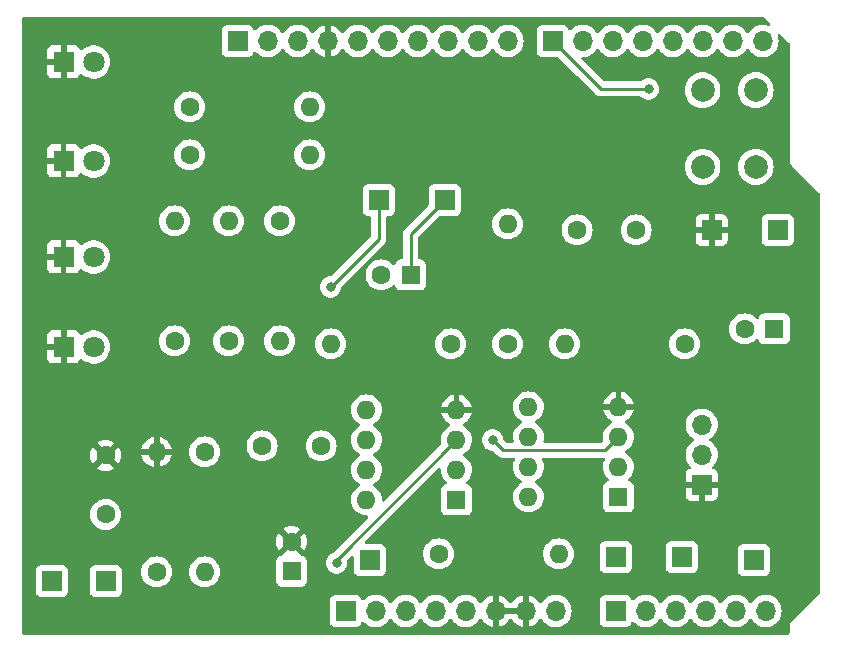
<source format=gbr>
%TF.GenerationSoftware,KiCad,Pcbnew,7.0.1*%
%TF.CreationDate,2023-05-02T20:05:28+02:00*%
%TF.ProjectId,Lab1_SDHD,4c616231-5f53-4444-9844-2e6b69636164,v 1.0*%
%TF.SameCoordinates,Original*%
%TF.FileFunction,Copper,L4,Bot*%
%TF.FilePolarity,Positive*%
%FSLAX46Y46*%
G04 Gerber Fmt 4.6, Leading zero omitted, Abs format (unit mm)*
G04 Created by KiCad (PCBNEW 7.0.1) date 2023-05-02 20:05:28*
%MOMM*%
%LPD*%
G01*
G04 APERTURE LIST*
%TA.AperFunction,ComponentPad*%
%ADD10R,1.600000X1.600000*%
%TD*%
%TA.AperFunction,ComponentPad*%
%ADD11C,1.600000*%
%TD*%
%TA.AperFunction,ComponentPad*%
%ADD12O,1.600000X1.600000*%
%TD*%
%TA.AperFunction,ComponentPad*%
%ADD13R,1.800000X1.800000*%
%TD*%
%TA.AperFunction,ComponentPad*%
%ADD14C,1.800000*%
%TD*%
%TA.AperFunction,ComponentPad*%
%ADD15R,1.700000X1.700000*%
%TD*%
%TA.AperFunction,ComponentPad*%
%ADD16O,1.700000X1.700000*%
%TD*%
%TA.AperFunction,ComponentPad*%
%ADD17C,2.000000*%
%TD*%
%TA.AperFunction,ViaPad*%
%ADD18C,0.800000*%
%TD*%
%TA.AperFunction,Conductor*%
%ADD19C,0.250000*%
%TD*%
G04 APERTURE END LIST*
D10*
X133440380Y-69012000D03*
D11*
X130940380Y-69012000D03*
X107620000Y-84292000D03*
X107620000Y-89292000D03*
X141656000Y-74854000D03*
D12*
X141656000Y-64694000D03*
D11*
X113462000Y-74600000D03*
D12*
X113462000Y-64440000D03*
D13*
X104064000Y-50978000D03*
D14*
X106604000Y-50978000D03*
D15*
X103048000Y-94920000D03*
X158928000Y-65202000D03*
X107620000Y-94920000D03*
D11*
X114732000Y-54788000D03*
D12*
X124892000Y-54788000D03*
D15*
X136322000Y-62662000D03*
X129972000Y-93142000D03*
D11*
X116002000Y-83998000D03*
D12*
X116002000Y-94158000D03*
D10*
X123368000Y-94093113D03*
D11*
X123368000Y-91593113D03*
D10*
X137328000Y-88052000D03*
D12*
X137328000Y-85512000D03*
X137328000Y-82972000D03*
X137328000Y-80432000D03*
X129708000Y-80432000D03*
X129708000Y-82972000D03*
X129708000Y-85512000D03*
X129708000Y-88052000D03*
D11*
X122352000Y-64440000D03*
D12*
X122352000Y-74600000D03*
D11*
X156642000Y-74854000D03*
D12*
X146482000Y-74854000D03*
D11*
X152538000Y-65202000D03*
X147538000Y-65202000D03*
X135814000Y-92634000D03*
D12*
X145974000Y-92634000D03*
D13*
X104059000Y-67488000D03*
D14*
X106599000Y-67488000D03*
D15*
X158084000Y-86777000D03*
D16*
X158084000Y-84237000D03*
X158084000Y-81697000D03*
D10*
X164222000Y-73584000D03*
D11*
X161722000Y-73584000D03*
D15*
X150800000Y-92888000D03*
D17*
X162666000Y-53368000D03*
X162666000Y-59868000D03*
X158166000Y-53368000D03*
X158166000Y-59868000D03*
D15*
X162484000Y-93142000D03*
D11*
X136830000Y-74854000D03*
D12*
X126670000Y-74854000D03*
D10*
X151044000Y-87798000D03*
D12*
X151044000Y-85258000D03*
X151044000Y-82718000D03*
X151044000Y-80178000D03*
X143424000Y-80178000D03*
X143424000Y-82718000D03*
X143424000Y-85258000D03*
X143424000Y-87798000D03*
D15*
X130734000Y-62662000D03*
X156388000Y-92888000D03*
D11*
X111938000Y-94158000D03*
D12*
X111938000Y-83998000D03*
D11*
X118034000Y-74600000D03*
D12*
X118034000Y-64440000D03*
D13*
X104064000Y-75108000D03*
D14*
X106604000Y-75108000D03*
D11*
X114732000Y-58852000D03*
D12*
X124892000Y-58852000D03*
D15*
X164516000Y-65202000D03*
D11*
X125868000Y-83490000D03*
X120868000Y-83490000D03*
D13*
X104059000Y-59360000D03*
D14*
X106599000Y-59360000D03*
D15*
X127940000Y-97460000D03*
D16*
X130480000Y-97460000D03*
X133020000Y-97460000D03*
X135560000Y-97460000D03*
X138100000Y-97460000D03*
X140640000Y-97460000D03*
X143180000Y-97460000D03*
X145720000Y-97460000D03*
D15*
X150800000Y-97460000D03*
D16*
X153340000Y-97460000D03*
X155880000Y-97460000D03*
X158420000Y-97460000D03*
X160960000Y-97460000D03*
X163500000Y-97460000D03*
D15*
X118796000Y-49200000D03*
D16*
X121336000Y-49200000D03*
X123876000Y-49200000D03*
X126416000Y-49200000D03*
X128956000Y-49200000D03*
X131496000Y-49200000D03*
X134036000Y-49200000D03*
X136576000Y-49200000D03*
X139116000Y-49200000D03*
X141656000Y-49200000D03*
D15*
X145466000Y-49200000D03*
D16*
X148006000Y-49200000D03*
X150546000Y-49200000D03*
X153086000Y-49200000D03*
X155626000Y-49200000D03*
X158166000Y-49200000D03*
X160706000Y-49200000D03*
X163246000Y-49200000D03*
D18*
X127178000Y-93396000D03*
X140386000Y-82982000D03*
X126670000Y-70028000D03*
X153594000Y-53264000D03*
D19*
X127178000Y-93122000D02*
X137328000Y-82972000D01*
X140386000Y-82982000D02*
X141247000Y-83843000D01*
X141247000Y-83843000D02*
X149919000Y-83843000D01*
X127178000Y-93396000D02*
X127178000Y-93122000D01*
X149919000Y-83843000D02*
X151044000Y-82718000D01*
X133440380Y-65543620D02*
X136322000Y-62662000D01*
X133440380Y-69012000D02*
X133440380Y-65543620D01*
X126670000Y-70028000D02*
X130734000Y-65964000D01*
X130734000Y-65964000D02*
X130734000Y-62662000D01*
X153594000Y-53264000D02*
X149530000Y-53264000D01*
X149530000Y-53264000D02*
X145466000Y-49200000D01*
%TA.AperFunction,Conductor*%
G36*
X163288777Y-47169939D02*
G01*
X163329005Y-47196819D01*
X163856592Y-47724406D01*
X163889117Y-47781647D01*
X163887756Y-47847469D01*
X163852894Y-47903317D01*
X163794358Y-47933448D01*
X163728649Y-47929368D01*
X163580638Y-47878556D01*
X163358569Y-47841500D01*
X163133431Y-47841500D01*
X162911363Y-47878556D01*
X162698427Y-47951657D01*
X162500424Y-48058811D01*
X162322760Y-48197094D01*
X162170279Y-48362730D01*
X162079809Y-48501205D01*
X162035017Y-48542438D01*
X161976000Y-48557383D01*
X161916983Y-48542438D01*
X161872191Y-48501205D01*
X161781723Y-48362734D01*
X161781722Y-48362732D01*
X161629240Y-48197094D01*
X161451576Y-48058811D01*
X161253574Y-47951658D01*
X161253573Y-47951657D01*
X161253572Y-47951657D01*
X161040636Y-47878556D01*
X160818569Y-47841500D01*
X160593431Y-47841500D01*
X160371363Y-47878556D01*
X160158427Y-47951657D01*
X159960424Y-48058811D01*
X159782760Y-48197094D01*
X159630279Y-48362730D01*
X159539809Y-48501205D01*
X159495017Y-48542438D01*
X159436000Y-48557383D01*
X159376983Y-48542438D01*
X159332191Y-48501205D01*
X159241723Y-48362734D01*
X159241722Y-48362732D01*
X159089240Y-48197094D01*
X158911576Y-48058811D01*
X158713574Y-47951658D01*
X158713573Y-47951657D01*
X158713572Y-47951657D01*
X158500636Y-47878556D01*
X158278569Y-47841500D01*
X158053431Y-47841500D01*
X157831363Y-47878556D01*
X157618427Y-47951657D01*
X157420424Y-48058811D01*
X157242760Y-48197094D01*
X157090279Y-48362730D01*
X156999809Y-48501205D01*
X156955017Y-48542438D01*
X156896000Y-48557383D01*
X156836983Y-48542438D01*
X156792191Y-48501205D01*
X156701723Y-48362734D01*
X156701722Y-48362732D01*
X156549240Y-48197094D01*
X156371576Y-48058811D01*
X156173574Y-47951658D01*
X156173573Y-47951657D01*
X156173572Y-47951657D01*
X155960636Y-47878556D01*
X155738569Y-47841500D01*
X155513431Y-47841500D01*
X155291363Y-47878556D01*
X155078427Y-47951657D01*
X154880424Y-48058811D01*
X154702760Y-48197094D01*
X154550279Y-48362730D01*
X154459809Y-48501205D01*
X154415017Y-48542438D01*
X154356000Y-48557383D01*
X154296983Y-48542438D01*
X154252191Y-48501205D01*
X154161723Y-48362734D01*
X154161722Y-48362732D01*
X154009240Y-48197094D01*
X153831576Y-48058811D01*
X153633574Y-47951658D01*
X153633573Y-47951657D01*
X153633572Y-47951657D01*
X153420636Y-47878556D01*
X153198569Y-47841500D01*
X152973431Y-47841500D01*
X152751363Y-47878556D01*
X152538427Y-47951657D01*
X152340424Y-48058811D01*
X152162760Y-48197094D01*
X152010279Y-48362730D01*
X151919809Y-48501205D01*
X151875017Y-48542438D01*
X151816000Y-48557383D01*
X151756983Y-48542438D01*
X151712191Y-48501205D01*
X151621723Y-48362734D01*
X151621722Y-48362732D01*
X151469240Y-48197094D01*
X151291576Y-48058811D01*
X151093574Y-47951658D01*
X151093573Y-47951657D01*
X151093572Y-47951657D01*
X150880636Y-47878556D01*
X150658569Y-47841500D01*
X150433431Y-47841500D01*
X150211363Y-47878556D01*
X149998427Y-47951657D01*
X149800424Y-48058811D01*
X149622760Y-48197094D01*
X149470279Y-48362730D01*
X149379809Y-48501205D01*
X149335017Y-48542438D01*
X149276000Y-48557383D01*
X149216983Y-48542438D01*
X149172191Y-48501205D01*
X149081723Y-48362734D01*
X149081722Y-48362732D01*
X148929240Y-48197094D01*
X148751576Y-48058811D01*
X148553574Y-47951658D01*
X148553573Y-47951657D01*
X148553572Y-47951657D01*
X148340636Y-47878556D01*
X148118569Y-47841500D01*
X147893431Y-47841500D01*
X147671363Y-47878556D01*
X147458427Y-47951657D01*
X147260424Y-48058811D01*
X147082759Y-48197094D01*
X147019548Y-48265759D01*
X146966924Y-48299612D01*
X146904470Y-48303460D01*
X146848089Y-48276322D01*
X146812138Y-48225110D01*
X146787427Y-48158861D01*
X146766889Y-48103796D01*
X146708951Y-48026400D01*
X146679261Y-47986738D01*
X146562203Y-47899110D01*
X146425205Y-47848011D01*
X146394919Y-47844755D01*
X146364638Y-47841500D01*
X144567362Y-47841500D01*
X144540445Y-47844393D01*
X144506794Y-47848011D01*
X144369796Y-47899110D01*
X144252738Y-47986738D01*
X144165110Y-48103796D01*
X144114011Y-48240794D01*
X144110393Y-48274445D01*
X144107689Y-48299612D01*
X144107500Y-48301366D01*
X144107500Y-50098634D01*
X144114011Y-50159205D01*
X144165110Y-50296203D01*
X144252738Y-50413261D01*
X144369796Y-50500889D01*
X144506794Y-50551988D01*
X144506797Y-50551988D01*
X144506799Y-50551989D01*
X144567362Y-50558500D01*
X145877234Y-50558500D01*
X145924687Y-50567939D01*
X145964914Y-50594818D01*
X147513918Y-52143823D01*
X149022912Y-53652817D01*
X149035956Y-53669098D01*
X149037999Y-53671016D01*
X149038000Y-53671018D01*
X149087684Y-53717674D01*
X149090448Y-53720353D01*
X149110230Y-53740135D01*
X149113511Y-53742680D01*
X149122370Y-53750247D01*
X149154679Y-53780586D01*
X149172564Y-53790418D01*
X149188825Y-53801099D01*
X149204959Y-53813614D01*
X149245625Y-53831210D01*
X149256112Y-53836348D01*
X149294940Y-53857695D01*
X149314708Y-53862770D01*
X149333119Y-53869073D01*
X149351855Y-53877181D01*
X149395626Y-53884113D01*
X149407041Y-53886477D01*
X149449970Y-53897500D01*
X149470384Y-53897500D01*
X149489783Y-53899027D01*
X149509943Y-53902220D01*
X149554056Y-53898050D01*
X149565726Y-53897500D01*
X152886691Y-53897500D01*
X152937127Y-53908221D01*
X152978841Y-53938528D01*
X152982747Y-53942866D01*
X152983895Y-53943700D01*
X153137248Y-54055118D01*
X153311714Y-54132795D01*
X153498511Y-54172500D01*
X153498513Y-54172500D01*
X153689487Y-54172500D01*
X153689489Y-54172500D01*
X153876285Y-54132795D01*
X153876286Y-54132794D01*
X153876288Y-54132794D01*
X154050752Y-54055118D01*
X154205253Y-53942866D01*
X154333040Y-53800944D01*
X154336403Y-53795120D01*
X154428527Y-53635556D01*
X154455118Y-53553717D01*
X154487542Y-53453928D01*
X154496573Y-53367999D01*
X156652835Y-53367999D01*
X156671465Y-53604712D01*
X156726894Y-53835593D01*
X156754492Y-53902219D01*
X156817760Y-54054963D01*
X156941824Y-54257416D01*
X157096031Y-54437969D01*
X157276584Y-54592176D01*
X157479037Y-54716240D01*
X157698406Y-54807105D01*
X157929289Y-54862535D01*
X158166000Y-54881165D01*
X158402711Y-54862535D01*
X158633594Y-54807105D01*
X158852963Y-54716240D01*
X159055416Y-54592176D01*
X159235969Y-54437969D01*
X159390176Y-54257416D01*
X159514240Y-54054963D01*
X159605105Y-53835594D01*
X159660535Y-53604711D01*
X159679165Y-53368000D01*
X159679165Y-53367999D01*
X161152835Y-53367999D01*
X161171465Y-53604712D01*
X161226894Y-53835593D01*
X161254492Y-53902219D01*
X161317760Y-54054963D01*
X161441824Y-54257416D01*
X161596031Y-54437969D01*
X161776584Y-54592176D01*
X161979037Y-54716240D01*
X162198406Y-54807105D01*
X162429289Y-54862535D01*
X162666000Y-54881165D01*
X162902711Y-54862535D01*
X163133594Y-54807105D01*
X163352963Y-54716240D01*
X163555416Y-54592176D01*
X163735969Y-54437969D01*
X163890176Y-54257416D01*
X164014240Y-54054963D01*
X164105105Y-53835594D01*
X164160535Y-53604711D01*
X164179165Y-53368000D01*
X164160535Y-53131289D01*
X164105105Y-52900406D01*
X164014240Y-52681037D01*
X163890176Y-52478584D01*
X163735969Y-52298031D01*
X163555416Y-52143824D01*
X163352963Y-52019760D01*
X163240395Y-51973133D01*
X163133593Y-51928894D01*
X162902712Y-51873465D01*
X162666000Y-51854835D01*
X162429287Y-51873465D01*
X162198406Y-51928894D01*
X162062050Y-51985375D01*
X161983726Y-52017818D01*
X161979035Y-52019761D01*
X161776585Y-52143823D01*
X161596031Y-52298031D01*
X161441823Y-52478585D01*
X161317761Y-52681035D01*
X161226894Y-52900406D01*
X161171465Y-53131287D01*
X161152835Y-53367999D01*
X159679165Y-53367999D01*
X159660535Y-53131289D01*
X159605105Y-52900406D01*
X159514240Y-52681037D01*
X159390176Y-52478584D01*
X159235969Y-52298031D01*
X159055416Y-52143824D01*
X158852963Y-52019760D01*
X158740395Y-51973133D01*
X158633593Y-51928894D01*
X158402712Y-51873465D01*
X158166000Y-51854835D01*
X157929287Y-51873465D01*
X157698406Y-51928894D01*
X157562050Y-51985375D01*
X157483726Y-52017818D01*
X157479035Y-52019761D01*
X157276585Y-52143823D01*
X157096031Y-52298031D01*
X156941823Y-52478585D01*
X156817761Y-52681035D01*
X156726894Y-52900406D01*
X156671465Y-53131287D01*
X156652835Y-53367999D01*
X154496573Y-53367999D01*
X154507504Y-53264000D01*
X154487542Y-53074072D01*
X154428527Y-52892444D01*
X154428527Y-52892443D01*
X154333042Y-52727058D01*
X154291604Y-52681037D01*
X154205253Y-52585134D01*
X154108901Y-52515130D01*
X154050751Y-52472881D01*
X153876285Y-52395204D01*
X153689489Y-52355500D01*
X153689487Y-52355500D01*
X153498513Y-52355500D01*
X153498511Y-52355500D01*
X153311714Y-52395204D01*
X153137248Y-52472881D01*
X152982746Y-52585134D01*
X152978842Y-52589471D01*
X152937127Y-52619779D01*
X152886691Y-52630500D01*
X149843766Y-52630500D01*
X149796313Y-52621061D01*
X149756085Y-52594181D01*
X147932085Y-50770181D01*
X147901835Y-50720818D01*
X147897293Y-50663102D01*
X147919448Y-50609615D01*
X147963471Y-50572015D01*
X148019766Y-50558500D01*
X148118569Y-50558500D01*
X148340635Y-50521444D01*
X148553574Y-50448342D01*
X148751576Y-50341189D01*
X148929240Y-50202906D01*
X149081722Y-50037268D01*
X149151097Y-49931080D01*
X149172191Y-49898795D01*
X149216982Y-49857561D01*
X149276000Y-49842616D01*
X149335018Y-49857561D01*
X149379809Y-49898795D01*
X149465644Y-50030176D01*
X149470278Y-50037268D01*
X149622760Y-50202906D01*
X149800424Y-50341189D01*
X149998426Y-50448342D01*
X150211365Y-50521444D01*
X150433431Y-50558500D01*
X150658569Y-50558500D01*
X150880635Y-50521444D01*
X151093574Y-50448342D01*
X151291576Y-50341189D01*
X151469240Y-50202906D01*
X151621722Y-50037268D01*
X151691097Y-49931080D01*
X151712191Y-49898795D01*
X151756982Y-49857561D01*
X151816000Y-49842616D01*
X151875018Y-49857561D01*
X151919809Y-49898795D01*
X152005644Y-50030176D01*
X152010278Y-50037268D01*
X152162760Y-50202906D01*
X152340424Y-50341189D01*
X152538426Y-50448342D01*
X152751365Y-50521444D01*
X152973431Y-50558500D01*
X153198569Y-50558500D01*
X153420635Y-50521444D01*
X153633574Y-50448342D01*
X153831576Y-50341189D01*
X154009240Y-50202906D01*
X154161722Y-50037268D01*
X154231097Y-49931080D01*
X154252191Y-49898795D01*
X154296982Y-49857561D01*
X154356000Y-49842616D01*
X154415018Y-49857561D01*
X154459809Y-49898795D01*
X154545644Y-50030176D01*
X154550278Y-50037268D01*
X154702760Y-50202906D01*
X154880424Y-50341189D01*
X155078426Y-50448342D01*
X155291365Y-50521444D01*
X155513431Y-50558500D01*
X155738569Y-50558500D01*
X155960635Y-50521444D01*
X156173574Y-50448342D01*
X156371576Y-50341189D01*
X156549240Y-50202906D01*
X156701722Y-50037268D01*
X156771097Y-49931080D01*
X156792191Y-49898795D01*
X156836982Y-49857561D01*
X156896000Y-49842616D01*
X156955018Y-49857561D01*
X156999809Y-49898795D01*
X157085644Y-50030176D01*
X157090278Y-50037268D01*
X157242760Y-50202906D01*
X157420424Y-50341189D01*
X157618426Y-50448342D01*
X157831365Y-50521444D01*
X158053431Y-50558500D01*
X158278569Y-50558500D01*
X158500635Y-50521444D01*
X158713574Y-50448342D01*
X158911576Y-50341189D01*
X159089240Y-50202906D01*
X159241722Y-50037268D01*
X159311097Y-49931080D01*
X159332191Y-49898795D01*
X159376982Y-49857561D01*
X159436000Y-49842616D01*
X159495018Y-49857561D01*
X159539809Y-49898795D01*
X159625644Y-50030176D01*
X159630278Y-50037268D01*
X159782760Y-50202906D01*
X159960424Y-50341189D01*
X160158426Y-50448342D01*
X160371365Y-50521444D01*
X160593431Y-50558500D01*
X160818569Y-50558500D01*
X161040635Y-50521444D01*
X161253574Y-50448342D01*
X161451576Y-50341189D01*
X161629240Y-50202906D01*
X161781722Y-50037268D01*
X161851097Y-49931080D01*
X161872191Y-49898795D01*
X161916982Y-49857561D01*
X161976000Y-49842616D01*
X162035018Y-49857561D01*
X162079809Y-49898795D01*
X162165644Y-50030176D01*
X162170278Y-50037268D01*
X162322760Y-50202906D01*
X162500424Y-50341189D01*
X162698426Y-50448342D01*
X162911365Y-50521444D01*
X163133431Y-50558500D01*
X163358569Y-50558500D01*
X163580635Y-50521444D01*
X163793574Y-50448342D01*
X163991576Y-50341189D01*
X164169240Y-50202906D01*
X164321722Y-50037268D01*
X164444860Y-49848791D01*
X164535296Y-49642616D01*
X164590564Y-49424368D01*
X164609156Y-49200000D01*
X164590564Y-48975632D01*
X164535296Y-48757384D01*
X164523147Y-48729688D01*
X164513927Y-48662510D01*
X164541422Y-48600524D01*
X164597412Y-48562270D01*
X164665153Y-48559187D01*
X164724385Y-48592199D01*
X165503181Y-49370995D01*
X165530061Y-49411223D01*
X165539500Y-49458676D01*
X165539500Y-59292856D01*
X165536666Y-59319214D01*
X165535640Y-59323926D01*
X165539184Y-59373461D01*
X165539500Y-59382308D01*
X165539500Y-59395803D01*
X165541419Y-59409153D01*
X165542365Y-59417947D01*
X165545909Y-59467483D01*
X165547594Y-59472001D01*
X165554147Y-59497676D01*
X165554712Y-59501603D01*
X165554835Y-59502458D01*
X165575457Y-59547612D01*
X165578845Y-59555790D01*
X165596204Y-59602331D01*
X165599095Y-59606194D01*
X165612620Y-59628987D01*
X165614622Y-59633372D01*
X165614623Y-59633373D01*
X165647147Y-59670907D01*
X165652689Y-59677786D01*
X165660779Y-59688593D01*
X165670321Y-59698135D01*
X165676354Y-59704615D01*
X165708870Y-59742142D01*
X165712927Y-59744749D01*
X165733571Y-59761385D01*
X168043181Y-62070995D01*
X168070061Y-62111223D01*
X168079500Y-62158676D01*
X168079500Y-95931324D01*
X168070061Y-95978777D01*
X168043181Y-96019005D01*
X165733569Y-98328615D01*
X165712936Y-98345244D01*
X165708872Y-98347855D01*
X165676351Y-98385386D01*
X165670330Y-98391854D01*
X165660777Y-98401408D01*
X165652677Y-98412227D01*
X165647132Y-98419107D01*
X165614624Y-98456624D01*
X165612618Y-98461017D01*
X165599098Y-98483802D01*
X165596203Y-98487668D01*
X165578851Y-98534191D01*
X165575466Y-98542365D01*
X165554834Y-98587545D01*
X165554147Y-98592323D01*
X165547596Y-98617990D01*
X165545909Y-98622513D01*
X165542365Y-98672053D01*
X165541420Y-98680846D01*
X165539500Y-98694204D01*
X165539500Y-98707692D01*
X165539184Y-98716539D01*
X165535640Y-98766073D01*
X165536666Y-98770786D01*
X165539500Y-98797144D01*
X165539500Y-99228243D01*
X165537973Y-99247642D01*
X165529773Y-99299411D01*
X165517785Y-99336307D01*
X165498474Y-99374207D01*
X165475670Y-99405593D01*
X165445593Y-99435670D01*
X165414207Y-99458474D01*
X165376307Y-99477785D01*
X165339411Y-99489773D01*
X165309068Y-99494579D01*
X165287639Y-99497973D01*
X165268243Y-99499500D01*
X100771757Y-99499500D01*
X100752360Y-99497973D01*
X100718098Y-99492546D01*
X100700588Y-99489773D01*
X100663695Y-99477786D01*
X100625790Y-99458472D01*
X100594406Y-99435670D01*
X100564329Y-99405593D01*
X100541528Y-99374211D01*
X100522212Y-99336301D01*
X100510227Y-99299417D01*
X100502025Y-99247629D01*
X100500500Y-99228243D01*
X100500500Y-98358634D01*
X126581500Y-98358634D01*
X126588011Y-98419205D01*
X126639110Y-98556203D01*
X126726738Y-98673261D01*
X126843796Y-98760889D01*
X126980794Y-98811988D01*
X126980797Y-98811988D01*
X126980799Y-98811989D01*
X127041362Y-98818500D01*
X128838634Y-98818500D01*
X128838638Y-98818500D01*
X128899201Y-98811989D01*
X128899203Y-98811988D01*
X128899205Y-98811988D01*
X129022305Y-98766073D01*
X129036204Y-98760889D01*
X129153261Y-98673261D01*
X129240889Y-98556204D01*
X129286137Y-98434889D01*
X129322089Y-98383677D01*
X129378471Y-98356539D01*
X129440925Y-98360387D01*
X129493548Y-98394241D01*
X129555021Y-98461017D01*
X129556760Y-98462906D01*
X129734424Y-98601189D01*
X129932426Y-98708342D01*
X130145365Y-98781444D01*
X130367431Y-98818500D01*
X130592569Y-98818500D01*
X130814635Y-98781444D01*
X131027574Y-98708342D01*
X131225576Y-98601189D01*
X131403240Y-98462906D01*
X131555722Y-98297268D01*
X131646190Y-98158795D01*
X131690982Y-98117561D01*
X131750000Y-98102616D01*
X131809018Y-98117561D01*
X131853809Y-98158795D01*
X131944278Y-98297268D01*
X132096760Y-98462906D01*
X132274424Y-98601189D01*
X132472426Y-98708342D01*
X132685365Y-98781444D01*
X132907431Y-98818500D01*
X133132569Y-98818500D01*
X133354635Y-98781444D01*
X133567574Y-98708342D01*
X133765576Y-98601189D01*
X133943240Y-98462906D01*
X134095722Y-98297268D01*
X134186190Y-98158795D01*
X134230982Y-98117561D01*
X134290000Y-98102616D01*
X134349018Y-98117561D01*
X134393809Y-98158795D01*
X134484278Y-98297268D01*
X134636760Y-98462906D01*
X134814424Y-98601189D01*
X135012426Y-98708342D01*
X135225365Y-98781444D01*
X135447431Y-98818500D01*
X135672569Y-98818500D01*
X135894635Y-98781444D01*
X136107574Y-98708342D01*
X136305576Y-98601189D01*
X136483240Y-98462906D01*
X136635722Y-98297268D01*
X136726190Y-98158795D01*
X136770982Y-98117561D01*
X136830000Y-98102616D01*
X136889018Y-98117561D01*
X136933809Y-98158795D01*
X137024278Y-98297268D01*
X137176760Y-98462906D01*
X137354424Y-98601189D01*
X137552426Y-98708342D01*
X137765365Y-98781444D01*
X137987431Y-98818500D01*
X138212569Y-98818500D01*
X138434635Y-98781444D01*
X138647574Y-98708342D01*
X138845576Y-98601189D01*
X139023240Y-98462906D01*
X139175722Y-98297268D01*
X139269748Y-98153349D01*
X139313663Y-98112595D01*
X139371562Y-98097188D01*
X139429926Y-98110726D01*
X139475131Y-98150048D01*
X139601892Y-98331080D01*
X139768918Y-98498106D01*
X139962423Y-98633600D01*
X140176507Y-98733430D01*
X140389999Y-98790635D01*
X140390000Y-98790636D01*
X140390000Y-97710000D01*
X140890000Y-97710000D01*
X140890000Y-98790635D01*
X141103492Y-98733430D01*
X141317576Y-98633600D01*
X141511081Y-98498106D01*
X141678106Y-98331081D01*
X141808425Y-98144968D01*
X141852743Y-98106103D01*
X141910000Y-98092092D01*
X141967257Y-98106103D01*
X142011575Y-98144968D01*
X142141893Y-98331081D01*
X142308918Y-98498106D01*
X142502423Y-98633600D01*
X142716507Y-98733430D01*
X142929999Y-98790635D01*
X142930000Y-98790636D01*
X142930000Y-98790635D01*
X143430000Y-98790635D01*
X143643492Y-98733430D01*
X143857576Y-98633600D01*
X144051081Y-98498106D01*
X144218106Y-98331081D01*
X144344868Y-98150048D01*
X144390072Y-98110726D01*
X144448436Y-98097188D01*
X144506335Y-98112595D01*
X144550252Y-98153351D01*
X144644276Y-98297267D01*
X144723824Y-98383677D01*
X144796760Y-98462906D01*
X144974424Y-98601189D01*
X145172426Y-98708342D01*
X145385365Y-98781444D01*
X145607431Y-98818500D01*
X145832569Y-98818500D01*
X146054635Y-98781444D01*
X146267574Y-98708342D01*
X146465576Y-98601189D01*
X146643240Y-98462906D01*
X146739230Y-98358634D01*
X149441500Y-98358634D01*
X149448011Y-98419205D01*
X149499110Y-98556203D01*
X149586738Y-98673261D01*
X149703796Y-98760889D01*
X149840794Y-98811988D01*
X149840797Y-98811988D01*
X149840799Y-98811989D01*
X149901362Y-98818500D01*
X151698634Y-98818500D01*
X151698638Y-98818500D01*
X151759201Y-98811989D01*
X151759203Y-98811988D01*
X151759205Y-98811988D01*
X151882305Y-98766073D01*
X151896204Y-98760889D01*
X152013261Y-98673261D01*
X152100889Y-98556204D01*
X152146137Y-98434889D01*
X152182089Y-98383677D01*
X152238471Y-98356539D01*
X152300925Y-98360387D01*
X152353548Y-98394241D01*
X152415021Y-98461017D01*
X152416760Y-98462906D01*
X152594424Y-98601189D01*
X152792426Y-98708342D01*
X153005365Y-98781444D01*
X153227431Y-98818500D01*
X153452569Y-98818500D01*
X153674635Y-98781444D01*
X153887574Y-98708342D01*
X154085576Y-98601189D01*
X154263240Y-98462906D01*
X154415722Y-98297268D01*
X154506190Y-98158795D01*
X154550982Y-98117561D01*
X154610000Y-98102616D01*
X154669018Y-98117561D01*
X154713809Y-98158795D01*
X154804278Y-98297268D01*
X154956760Y-98462906D01*
X155134424Y-98601189D01*
X155332426Y-98708342D01*
X155545365Y-98781444D01*
X155767431Y-98818500D01*
X155992569Y-98818500D01*
X156214635Y-98781444D01*
X156427574Y-98708342D01*
X156625576Y-98601189D01*
X156803240Y-98462906D01*
X156955722Y-98297268D01*
X157046190Y-98158795D01*
X157090982Y-98117561D01*
X157150000Y-98102616D01*
X157209018Y-98117561D01*
X157253809Y-98158795D01*
X157344278Y-98297268D01*
X157496760Y-98462906D01*
X157674424Y-98601189D01*
X157872426Y-98708342D01*
X158085365Y-98781444D01*
X158307431Y-98818500D01*
X158532569Y-98818500D01*
X158754635Y-98781444D01*
X158967574Y-98708342D01*
X159165576Y-98601189D01*
X159343240Y-98462906D01*
X159495722Y-98297268D01*
X159586190Y-98158795D01*
X159630982Y-98117561D01*
X159690000Y-98102616D01*
X159749018Y-98117561D01*
X159793809Y-98158795D01*
X159884278Y-98297268D01*
X160036760Y-98462906D01*
X160214424Y-98601189D01*
X160412426Y-98708342D01*
X160625365Y-98781444D01*
X160847431Y-98818500D01*
X161072569Y-98818500D01*
X161294635Y-98781444D01*
X161507574Y-98708342D01*
X161705576Y-98601189D01*
X161883240Y-98462906D01*
X162035722Y-98297268D01*
X162126190Y-98158795D01*
X162170982Y-98117561D01*
X162230000Y-98102616D01*
X162289018Y-98117561D01*
X162333809Y-98158795D01*
X162424278Y-98297268D01*
X162576760Y-98462906D01*
X162754424Y-98601189D01*
X162952426Y-98708342D01*
X163165365Y-98781444D01*
X163387431Y-98818500D01*
X163612569Y-98818500D01*
X163834635Y-98781444D01*
X164047574Y-98708342D01*
X164245576Y-98601189D01*
X164423240Y-98462906D01*
X164575722Y-98297268D01*
X164698860Y-98108791D01*
X164789296Y-97902616D01*
X164844564Y-97684368D01*
X164863156Y-97460000D01*
X164844564Y-97235632D01*
X164789296Y-97017384D01*
X164698860Y-96811209D01*
X164575722Y-96622732D01*
X164423240Y-96457094D01*
X164245576Y-96318811D01*
X164047574Y-96211658D01*
X164047573Y-96211657D01*
X164047572Y-96211657D01*
X163834636Y-96138556D01*
X163612569Y-96101500D01*
X163387431Y-96101500D01*
X163165363Y-96138556D01*
X162952427Y-96211657D01*
X162754424Y-96318811D01*
X162576760Y-96457094D01*
X162424279Y-96622730D01*
X162333809Y-96761205D01*
X162289017Y-96802438D01*
X162230000Y-96817383D01*
X162170983Y-96802438D01*
X162126191Y-96761205D01*
X162035723Y-96622734D01*
X162035722Y-96622732D01*
X161883240Y-96457094D01*
X161705576Y-96318811D01*
X161507574Y-96211658D01*
X161507573Y-96211657D01*
X161507572Y-96211657D01*
X161294636Y-96138556D01*
X161072569Y-96101500D01*
X160847431Y-96101500D01*
X160625363Y-96138556D01*
X160412427Y-96211657D01*
X160214424Y-96318811D01*
X160036760Y-96457094D01*
X159884279Y-96622730D01*
X159793809Y-96761205D01*
X159749017Y-96802438D01*
X159690000Y-96817383D01*
X159630983Y-96802438D01*
X159586191Y-96761205D01*
X159495723Y-96622734D01*
X159495722Y-96622732D01*
X159343240Y-96457094D01*
X159165576Y-96318811D01*
X158967574Y-96211658D01*
X158967573Y-96211657D01*
X158967572Y-96211657D01*
X158754636Y-96138556D01*
X158532569Y-96101500D01*
X158307431Y-96101500D01*
X158085363Y-96138556D01*
X157872427Y-96211657D01*
X157674424Y-96318811D01*
X157496760Y-96457094D01*
X157344279Y-96622730D01*
X157253809Y-96761205D01*
X157209017Y-96802438D01*
X157150000Y-96817383D01*
X157090983Y-96802438D01*
X157046191Y-96761205D01*
X156955723Y-96622734D01*
X156955722Y-96622732D01*
X156803240Y-96457094D01*
X156625576Y-96318811D01*
X156427574Y-96211658D01*
X156427573Y-96211657D01*
X156427572Y-96211657D01*
X156214636Y-96138556D01*
X155992569Y-96101500D01*
X155767431Y-96101500D01*
X155545363Y-96138556D01*
X155332427Y-96211657D01*
X155134424Y-96318811D01*
X154956760Y-96457094D01*
X154804279Y-96622730D01*
X154713809Y-96761205D01*
X154669017Y-96802438D01*
X154610000Y-96817383D01*
X154550983Y-96802438D01*
X154506191Y-96761205D01*
X154415723Y-96622734D01*
X154415722Y-96622732D01*
X154263240Y-96457094D01*
X154085576Y-96318811D01*
X153887574Y-96211658D01*
X153887573Y-96211657D01*
X153887572Y-96211657D01*
X153674636Y-96138556D01*
X153452569Y-96101500D01*
X153227431Y-96101500D01*
X153005363Y-96138556D01*
X152792427Y-96211657D01*
X152594424Y-96318811D01*
X152416759Y-96457094D01*
X152353548Y-96525759D01*
X152300924Y-96559612D01*
X152238470Y-96563460D01*
X152182089Y-96536322D01*
X152146138Y-96485110D01*
X152107552Y-96381660D01*
X152100889Y-96363796D01*
X152042951Y-96286400D01*
X152013261Y-96246738D01*
X151896203Y-96159110D01*
X151759205Y-96108011D01*
X151728919Y-96104755D01*
X151698638Y-96101500D01*
X149901362Y-96101500D01*
X149874445Y-96104393D01*
X149840794Y-96108011D01*
X149703796Y-96159110D01*
X149586738Y-96246738D01*
X149499110Y-96363796D01*
X149448011Y-96500794D01*
X149444735Y-96531267D01*
X149441689Y-96559612D01*
X149441500Y-96561366D01*
X149441500Y-98358634D01*
X146739230Y-98358634D01*
X146795722Y-98297268D01*
X146918860Y-98108791D01*
X147009296Y-97902616D01*
X147064564Y-97684368D01*
X147083156Y-97460000D01*
X147064564Y-97235632D01*
X147009296Y-97017384D01*
X146918860Y-96811209D01*
X146795722Y-96622732D01*
X146643240Y-96457094D01*
X146465576Y-96318811D01*
X146267574Y-96211658D01*
X146267573Y-96211657D01*
X146267572Y-96211657D01*
X146054636Y-96138556D01*
X145832569Y-96101500D01*
X145607431Y-96101500D01*
X145385363Y-96138556D01*
X145172427Y-96211657D01*
X144974424Y-96318811D01*
X144796760Y-96457094D01*
X144644275Y-96622734D01*
X144550250Y-96766650D01*
X144506334Y-96807405D01*
X144448435Y-96822812D01*
X144390071Y-96809274D01*
X144344867Y-96769951D01*
X144218109Y-96588921D01*
X144051081Y-96421893D01*
X143857576Y-96286399D01*
X143643492Y-96186569D01*
X143430000Y-96129364D01*
X143430000Y-98790635D01*
X142930000Y-98790635D01*
X142930000Y-97710000D01*
X140890000Y-97710000D01*
X140390000Y-97710000D01*
X140390000Y-97210000D01*
X140890000Y-97210000D01*
X142930000Y-97210000D01*
X142930000Y-96129364D01*
X142929999Y-96129364D01*
X142716507Y-96186569D01*
X142502421Y-96286400D01*
X142308921Y-96421890D01*
X142141893Y-96588918D01*
X142011575Y-96775032D01*
X141967257Y-96813897D01*
X141910000Y-96827908D01*
X141852743Y-96813897D01*
X141808425Y-96775032D01*
X141678106Y-96588918D01*
X141511081Y-96421893D01*
X141317576Y-96286399D01*
X141103492Y-96186569D01*
X140890000Y-96129364D01*
X140890000Y-97210000D01*
X140390000Y-97210000D01*
X140390000Y-96129364D01*
X140389999Y-96129364D01*
X140176507Y-96186569D01*
X139962421Y-96286400D01*
X139768921Y-96421890D01*
X139601893Y-96588918D01*
X139475132Y-96769952D01*
X139429928Y-96809274D01*
X139371564Y-96822812D01*
X139313665Y-96807405D01*
X139269748Y-96766649D01*
X139175723Y-96622732D01*
X139066646Y-96504245D01*
X139023240Y-96457094D01*
X138845576Y-96318811D01*
X138647574Y-96211658D01*
X138647573Y-96211657D01*
X138647572Y-96211657D01*
X138434636Y-96138556D01*
X138212569Y-96101500D01*
X137987431Y-96101500D01*
X137765363Y-96138556D01*
X137552427Y-96211657D01*
X137354424Y-96318811D01*
X137176760Y-96457094D01*
X137024279Y-96622730D01*
X136933809Y-96761205D01*
X136889017Y-96802438D01*
X136830000Y-96817383D01*
X136770983Y-96802438D01*
X136726191Y-96761205D01*
X136635723Y-96622734D01*
X136635722Y-96622732D01*
X136483240Y-96457094D01*
X136305576Y-96318811D01*
X136107574Y-96211658D01*
X136107573Y-96211657D01*
X136107572Y-96211657D01*
X135894636Y-96138556D01*
X135672569Y-96101500D01*
X135447431Y-96101500D01*
X135225363Y-96138556D01*
X135012427Y-96211657D01*
X134814424Y-96318811D01*
X134636760Y-96457094D01*
X134484279Y-96622730D01*
X134393809Y-96761205D01*
X134349017Y-96802438D01*
X134290000Y-96817383D01*
X134230983Y-96802438D01*
X134186191Y-96761205D01*
X134095723Y-96622734D01*
X134095722Y-96622732D01*
X133943240Y-96457094D01*
X133765576Y-96318811D01*
X133567574Y-96211658D01*
X133567573Y-96211657D01*
X133567572Y-96211657D01*
X133354636Y-96138556D01*
X133132569Y-96101500D01*
X132907431Y-96101500D01*
X132685363Y-96138556D01*
X132472427Y-96211657D01*
X132274424Y-96318811D01*
X132096760Y-96457094D01*
X131944279Y-96622730D01*
X131853809Y-96761205D01*
X131809017Y-96802438D01*
X131750000Y-96817383D01*
X131690983Y-96802438D01*
X131646191Y-96761205D01*
X131555723Y-96622734D01*
X131555722Y-96622732D01*
X131403240Y-96457094D01*
X131225576Y-96318811D01*
X131027574Y-96211658D01*
X131027573Y-96211657D01*
X131027572Y-96211657D01*
X130814636Y-96138556D01*
X130592569Y-96101500D01*
X130367431Y-96101500D01*
X130145363Y-96138556D01*
X129932427Y-96211657D01*
X129734424Y-96318811D01*
X129556759Y-96457094D01*
X129493548Y-96525759D01*
X129440924Y-96559612D01*
X129378470Y-96563460D01*
X129322089Y-96536322D01*
X129286138Y-96485110D01*
X129247552Y-96381660D01*
X129240889Y-96363796D01*
X129182951Y-96286400D01*
X129153261Y-96246738D01*
X129036203Y-96159110D01*
X128899205Y-96108011D01*
X128868919Y-96104755D01*
X128838638Y-96101500D01*
X127041362Y-96101500D01*
X127014445Y-96104393D01*
X126980794Y-96108011D01*
X126843796Y-96159110D01*
X126726738Y-96246738D01*
X126639110Y-96363796D01*
X126588011Y-96500794D01*
X126584735Y-96531267D01*
X126581689Y-96559612D01*
X126581500Y-96561366D01*
X126581500Y-98358634D01*
X100500500Y-98358634D01*
X100500500Y-95818634D01*
X101689500Y-95818634D01*
X101696011Y-95879205D01*
X101747110Y-96016203D01*
X101834738Y-96133261D01*
X101951796Y-96220889D01*
X102088794Y-96271988D01*
X102088797Y-96271988D01*
X102088799Y-96271989D01*
X102149362Y-96278500D01*
X103946634Y-96278500D01*
X103946638Y-96278500D01*
X104007201Y-96271989D01*
X104007203Y-96271988D01*
X104007205Y-96271988D01*
X104085124Y-96242924D01*
X104144204Y-96220889D01*
X104261261Y-96133261D01*
X104348889Y-96016204D01*
X104399989Y-95879201D01*
X104406500Y-95818638D01*
X104406500Y-95818634D01*
X106261500Y-95818634D01*
X106268011Y-95879205D01*
X106319110Y-96016203D01*
X106406738Y-96133261D01*
X106523796Y-96220889D01*
X106660794Y-96271988D01*
X106660797Y-96271988D01*
X106660799Y-96271989D01*
X106721362Y-96278500D01*
X108518634Y-96278500D01*
X108518638Y-96278500D01*
X108579201Y-96271989D01*
X108579203Y-96271988D01*
X108579205Y-96271988D01*
X108657124Y-96242924D01*
X108716204Y-96220889D01*
X108833261Y-96133261D01*
X108920889Y-96016204D01*
X108971989Y-95879201D01*
X108978500Y-95818638D01*
X108978500Y-94157999D01*
X110624501Y-94157999D01*
X110644456Y-94386084D01*
X110703717Y-94607246D01*
X110800474Y-94814744D01*
X110800476Y-94814746D01*
X110800477Y-94814749D01*
X110931802Y-95002300D01*
X111093700Y-95164198D01*
X111281251Y-95295523D01*
X111488757Y-95392284D01*
X111709913Y-95451543D01*
X111938000Y-95471498D01*
X112166087Y-95451543D01*
X112387243Y-95392284D01*
X112594749Y-95295523D01*
X112782300Y-95164198D01*
X112944198Y-95002300D01*
X113075523Y-94814749D01*
X113172284Y-94607243D01*
X113231543Y-94386087D01*
X113251498Y-94158000D01*
X113251498Y-94157999D01*
X114688501Y-94157999D01*
X114708456Y-94386084D01*
X114767717Y-94607246D01*
X114864474Y-94814744D01*
X114864476Y-94814746D01*
X114864477Y-94814749D01*
X114995802Y-95002300D01*
X115157700Y-95164198D01*
X115345251Y-95295523D01*
X115552757Y-95392284D01*
X115773913Y-95451543D01*
X116002000Y-95471498D01*
X116230087Y-95451543D01*
X116451243Y-95392284D01*
X116658749Y-95295523D01*
X116846300Y-95164198D01*
X117008198Y-95002300D01*
X117050598Y-94941747D01*
X122059500Y-94941747D01*
X122066011Y-95002318D01*
X122117110Y-95139316D01*
X122204738Y-95256374D01*
X122321796Y-95344002D01*
X122458794Y-95395101D01*
X122458797Y-95395101D01*
X122458799Y-95395102D01*
X122519362Y-95401613D01*
X124216634Y-95401613D01*
X124216638Y-95401613D01*
X124277201Y-95395102D01*
X124277203Y-95395101D01*
X124277205Y-95395101D01*
X124355124Y-95366037D01*
X124414204Y-95344002D01*
X124531261Y-95256374D01*
X124618889Y-95139317D01*
X124669989Y-95002314D01*
X124676500Y-94941751D01*
X124676500Y-93395999D01*
X126264496Y-93395999D01*
X126284458Y-93585929D01*
X126343472Y-93767556D01*
X126438957Y-93932941D01*
X126438960Y-93932944D01*
X126566747Y-94074866D01*
X126681171Y-94158000D01*
X126721248Y-94187118D01*
X126895714Y-94264795D01*
X127082511Y-94304500D01*
X127082513Y-94304500D01*
X127273487Y-94304500D01*
X127273489Y-94304500D01*
X127460285Y-94264795D01*
X127460286Y-94264794D01*
X127460288Y-94264794D01*
X127634752Y-94187118D01*
X127789253Y-94074866D01*
X127917040Y-93932944D01*
X127920159Y-93927543D01*
X128012527Y-93767556D01*
X128053908Y-93640198D01*
X128071542Y-93585928D01*
X128091504Y-93396000D01*
X128071542Y-93206072D01*
X128071540Y-93206068D01*
X128070179Y-93193111D01*
X128074043Y-93192704D01*
X128072340Y-93149406D01*
X128105231Y-93090671D01*
X128401820Y-92794083D01*
X128451182Y-92763835D01*
X128508898Y-92759293D01*
X128562386Y-92781448D01*
X128599985Y-92825471D01*
X128613500Y-92881766D01*
X128613500Y-94040634D01*
X128620011Y-94101205D01*
X128671110Y-94238203D01*
X128758738Y-94355261D01*
X128875796Y-94442889D01*
X129012794Y-94493988D01*
X129012797Y-94493988D01*
X129012799Y-94493989D01*
X129073362Y-94500500D01*
X130870634Y-94500500D01*
X130870638Y-94500500D01*
X130931201Y-94493989D01*
X130931203Y-94493988D01*
X130931205Y-94493988D01*
X131009124Y-94464924D01*
X131068204Y-94442889D01*
X131185261Y-94355261D01*
X131272889Y-94238204D01*
X131323989Y-94101201D01*
X131330500Y-94040638D01*
X131330500Y-92634000D01*
X134500501Y-92634000D01*
X134520456Y-92862084D01*
X134536971Y-92923717D01*
X134563960Y-93024443D01*
X134579717Y-93083246D01*
X134676474Y-93290744D01*
X134676476Y-93290746D01*
X134676477Y-93290749D01*
X134807802Y-93478300D01*
X134969700Y-93640198D01*
X135157251Y-93771523D01*
X135364757Y-93868284D01*
X135585913Y-93927543D01*
X135814000Y-93947498D01*
X136042087Y-93927543D01*
X136263243Y-93868284D01*
X136470749Y-93771523D01*
X136658300Y-93640198D01*
X136820198Y-93478300D01*
X136951523Y-93290749D01*
X137048284Y-93083243D01*
X137107543Y-92862087D01*
X137127498Y-92634000D01*
X144660501Y-92634000D01*
X144680456Y-92862084D01*
X144696971Y-92923717D01*
X144723960Y-93024443D01*
X144739717Y-93083246D01*
X144836474Y-93290744D01*
X144836476Y-93290746D01*
X144836477Y-93290749D01*
X144967802Y-93478300D01*
X145129700Y-93640198D01*
X145317251Y-93771523D01*
X145524757Y-93868284D01*
X145745913Y-93927543D01*
X145974000Y-93947498D01*
X146202087Y-93927543D01*
X146423243Y-93868284D01*
X146598343Y-93786634D01*
X149441500Y-93786634D01*
X149448011Y-93847205D01*
X149499110Y-93984203D01*
X149586738Y-94101261D01*
X149703796Y-94188889D01*
X149840794Y-94239988D01*
X149840797Y-94239988D01*
X149840799Y-94239989D01*
X149901362Y-94246500D01*
X151698634Y-94246500D01*
X151698638Y-94246500D01*
X151759201Y-94239989D01*
X151759203Y-94239988D01*
X151759205Y-94239988D01*
X151837124Y-94210924D01*
X151896204Y-94188889D01*
X152013261Y-94101261D01*
X152100889Y-93984204D01*
X152122924Y-93925124D01*
X152151988Y-93847205D01*
X152151988Y-93847203D01*
X152151989Y-93847201D01*
X152158500Y-93786638D01*
X152158500Y-93786634D01*
X155029500Y-93786634D01*
X155036011Y-93847205D01*
X155087110Y-93984203D01*
X155174738Y-94101261D01*
X155291796Y-94188889D01*
X155428794Y-94239988D01*
X155428797Y-94239988D01*
X155428799Y-94239989D01*
X155489362Y-94246500D01*
X157286634Y-94246500D01*
X157286638Y-94246500D01*
X157347201Y-94239989D01*
X157347203Y-94239988D01*
X157347205Y-94239988D01*
X157425124Y-94210924D01*
X157484204Y-94188889D01*
X157601261Y-94101261D01*
X157646646Y-94040634D01*
X161125500Y-94040634D01*
X161132011Y-94101205D01*
X161183110Y-94238203D01*
X161270738Y-94355261D01*
X161387796Y-94442889D01*
X161524794Y-94493988D01*
X161524797Y-94493988D01*
X161524799Y-94493989D01*
X161585362Y-94500500D01*
X163382634Y-94500500D01*
X163382638Y-94500500D01*
X163443201Y-94493989D01*
X163443203Y-94493988D01*
X163443205Y-94493988D01*
X163521124Y-94464924D01*
X163580204Y-94442889D01*
X163697261Y-94355261D01*
X163784889Y-94238204D01*
X163835989Y-94101201D01*
X163842500Y-94040638D01*
X163842500Y-92243362D01*
X163835989Y-92182799D01*
X163835988Y-92182797D01*
X163835988Y-92182794D01*
X163784889Y-92045796D01*
X163697261Y-91928738D01*
X163580203Y-91841110D01*
X163443205Y-91790011D01*
X163412919Y-91786755D01*
X163382638Y-91783500D01*
X161585362Y-91783500D01*
X161558445Y-91786393D01*
X161524794Y-91790011D01*
X161387796Y-91841110D01*
X161270738Y-91928738D01*
X161183110Y-92045796D01*
X161132011Y-92182794D01*
X161125500Y-92243366D01*
X161125500Y-94040634D01*
X157646646Y-94040634D01*
X157688889Y-93984204D01*
X157710924Y-93925124D01*
X157739988Y-93847205D01*
X157739988Y-93847203D01*
X157739989Y-93847201D01*
X157746500Y-93786638D01*
X157746500Y-91989362D01*
X157739989Y-91928799D01*
X157739988Y-91928797D01*
X157739988Y-91928794D01*
X157688889Y-91791796D01*
X157601261Y-91674738D01*
X157484203Y-91587110D01*
X157347205Y-91536011D01*
X157316919Y-91532755D01*
X157286638Y-91529500D01*
X155489362Y-91529500D01*
X155462445Y-91532393D01*
X155428794Y-91536011D01*
X155291796Y-91587110D01*
X155174738Y-91674738D01*
X155087110Y-91791796D01*
X155036011Y-91928794D01*
X155029500Y-91989366D01*
X155029500Y-93786634D01*
X152158500Y-93786634D01*
X152158500Y-91989362D01*
X152151989Y-91928799D01*
X152151988Y-91928797D01*
X152151988Y-91928794D01*
X152100889Y-91791796D01*
X152013261Y-91674738D01*
X151896203Y-91587110D01*
X151759205Y-91536011D01*
X151728919Y-91532755D01*
X151698638Y-91529500D01*
X149901362Y-91529500D01*
X149874445Y-91532393D01*
X149840794Y-91536011D01*
X149703796Y-91587110D01*
X149586738Y-91674738D01*
X149499110Y-91791796D01*
X149448011Y-91928794D01*
X149441500Y-91989366D01*
X149441500Y-93786634D01*
X146598343Y-93786634D01*
X146630749Y-93771523D01*
X146818300Y-93640198D01*
X146980198Y-93478300D01*
X147111523Y-93290749D01*
X147208284Y-93083243D01*
X147267543Y-92862087D01*
X147287498Y-92634000D01*
X147267543Y-92405913D01*
X147208284Y-92184757D01*
X147117172Y-91989366D01*
X147111525Y-91977255D01*
X147111524Y-91977254D01*
X147111523Y-91977251D01*
X146980198Y-91789700D01*
X146818300Y-91627802D01*
X146630749Y-91496477D01*
X146630746Y-91496476D01*
X146630744Y-91496474D01*
X146423246Y-91399717D01*
X146423243Y-91399716D01*
X146312664Y-91370086D01*
X146202084Y-91340456D01*
X145973999Y-91320501D01*
X145745915Y-91340456D01*
X145524753Y-91399717D01*
X145317255Y-91496474D01*
X145317250Y-91496477D01*
X145317251Y-91496477D01*
X145139155Y-91621182D01*
X145129696Y-91627805D01*
X144967805Y-91789696D01*
X144967802Y-91789699D01*
X144967802Y-91789700D01*
X144946785Y-91819715D01*
X144836474Y-91977255D01*
X144739717Y-92184753D01*
X144680456Y-92405915D01*
X144660501Y-92634000D01*
X137127498Y-92634000D01*
X137107543Y-92405913D01*
X137048284Y-92184757D01*
X136957172Y-91989366D01*
X136951525Y-91977255D01*
X136951524Y-91977254D01*
X136951523Y-91977251D01*
X136820198Y-91789700D01*
X136658300Y-91627802D01*
X136470749Y-91496477D01*
X136470746Y-91496476D01*
X136470744Y-91496474D01*
X136263246Y-91399717D01*
X136263243Y-91399716D01*
X136152664Y-91370086D01*
X136042084Y-91340456D01*
X135813999Y-91320501D01*
X135585915Y-91340456D01*
X135364753Y-91399717D01*
X135157255Y-91496474D01*
X135157250Y-91496477D01*
X135157251Y-91496477D01*
X134979155Y-91621182D01*
X134969696Y-91627805D01*
X134807805Y-91789696D01*
X134807802Y-91789699D01*
X134807802Y-91789700D01*
X134786785Y-91819715D01*
X134676474Y-91977255D01*
X134579717Y-92184753D01*
X134520456Y-92405915D01*
X134500501Y-92634000D01*
X131330500Y-92634000D01*
X131330500Y-92243362D01*
X131323989Y-92182799D01*
X131323988Y-92182797D01*
X131323988Y-92182794D01*
X131272889Y-92045796D01*
X131185261Y-91928738D01*
X131068203Y-91841110D01*
X130931205Y-91790011D01*
X130900919Y-91786755D01*
X130870638Y-91783500D01*
X130870634Y-91783500D01*
X129711766Y-91783500D01*
X129655471Y-91769985D01*
X129611448Y-91732385D01*
X129589293Y-91678898D01*
X129593835Y-91621182D01*
X129624085Y-91571819D01*
X131059604Y-90136300D01*
X135805298Y-85390604D01*
X135856723Y-85359705D01*
X135916637Y-85356565D01*
X135971012Y-85381920D01*
X136007119Y-85429835D01*
X136016505Y-85489092D01*
X136014501Y-85511998D01*
X136034456Y-85740084D01*
X136093717Y-85961246D01*
X136190474Y-86168744D01*
X136190476Y-86168746D01*
X136190477Y-86168749D01*
X136321802Y-86356300D01*
X136483700Y-86518198D01*
X136491364Y-86523565D01*
X136530502Y-86568405D01*
X136544237Y-86626318D01*
X136529405Y-86683959D01*
X136489422Y-86728049D01*
X136433501Y-86748429D01*
X136418799Y-86750009D01*
X136281796Y-86801110D01*
X136164738Y-86888738D01*
X136077110Y-87005796D01*
X136026011Y-87142794D01*
X136019500Y-87203366D01*
X136019500Y-88900634D01*
X136026011Y-88961205D01*
X136077110Y-89098203D01*
X136164738Y-89215261D01*
X136281796Y-89302889D01*
X136418794Y-89353988D01*
X136418797Y-89353988D01*
X136418799Y-89353989D01*
X136479362Y-89360500D01*
X138176634Y-89360500D01*
X138176638Y-89360500D01*
X138237201Y-89353989D01*
X138237203Y-89353988D01*
X138237205Y-89353988D01*
X138315124Y-89324924D01*
X138374204Y-89302889D01*
X138491261Y-89215261D01*
X138578889Y-89098204D01*
X138629989Y-88961201D01*
X138636500Y-88900638D01*
X138636500Y-87203362D01*
X138629989Y-87142799D01*
X138629988Y-87142797D01*
X138629988Y-87142794D01*
X138578889Y-87005796D01*
X138491261Y-86888738D01*
X138374203Y-86801110D01*
X138237201Y-86750010D01*
X138222498Y-86748429D01*
X138166576Y-86728049D01*
X138126594Y-86683958D01*
X138111762Y-86626316D01*
X138125498Y-86568402D01*
X138164635Y-86523564D01*
X138172300Y-86518198D01*
X138334198Y-86356300D01*
X138465523Y-86168749D01*
X138562284Y-85961243D01*
X138621543Y-85740087D01*
X138641498Y-85512000D01*
X138621543Y-85283913D01*
X138562284Y-85062757D01*
X138465523Y-84855251D01*
X138334198Y-84667700D01*
X138172300Y-84505802D01*
X137984749Y-84374477D01*
X137983983Y-84374120D01*
X137941655Y-84354382D01*
X137889479Y-84308625D01*
X137870059Y-84242000D01*
X137889479Y-84175375D01*
X137941655Y-84129618D01*
X137944882Y-84128112D01*
X137984749Y-84109523D01*
X138172300Y-83978198D01*
X138334198Y-83816300D01*
X138465523Y-83628749D01*
X138562284Y-83421243D01*
X138621543Y-83200087D01*
X138640623Y-82982000D01*
X139472496Y-82982000D01*
X139492458Y-83171929D01*
X139551472Y-83353556D01*
X139646957Y-83518941D01*
X139646960Y-83518944D01*
X139774747Y-83660866D01*
X139861916Y-83724198D01*
X139929248Y-83773118D01*
X140103714Y-83850795D01*
X140290511Y-83890500D01*
X140290513Y-83890500D01*
X140347233Y-83890500D01*
X140394686Y-83899939D01*
X140434914Y-83926819D01*
X140739909Y-84231814D01*
X140752955Y-84248098D01*
X140755000Y-84250018D01*
X140804685Y-84296675D01*
X140807449Y-84299354D01*
X140827230Y-84319135D01*
X140830511Y-84321680D01*
X140839370Y-84329247D01*
X140871679Y-84359586D01*
X140889564Y-84369418D01*
X140905825Y-84380099D01*
X140921959Y-84392614D01*
X140962625Y-84410210D01*
X140973112Y-84415348D01*
X141011940Y-84436695D01*
X141031708Y-84441770D01*
X141050119Y-84448073D01*
X141068855Y-84456181D01*
X141112626Y-84463113D01*
X141124041Y-84465477D01*
X141166970Y-84476500D01*
X141187384Y-84476500D01*
X141206783Y-84478027D01*
X141226943Y-84481220D01*
X141271056Y-84477050D01*
X141282726Y-84476500D01*
X142150009Y-84476500D01*
X142209652Y-84491786D01*
X142254590Y-84533875D01*
X142273744Y-84592390D01*
X142262391Y-84652903D01*
X142255492Y-84667700D01*
X142189716Y-84808756D01*
X142130456Y-85029915D01*
X142110501Y-85257999D01*
X142130456Y-85486084D01*
X142189717Y-85707246D01*
X142286474Y-85914744D01*
X142286476Y-85914746D01*
X142286477Y-85914749D01*
X142417802Y-86102300D01*
X142579700Y-86264198D01*
X142767251Y-86395523D01*
X142810345Y-86415618D01*
X142862520Y-86461372D01*
X142881940Y-86527997D01*
X142862522Y-86594622D01*
X142810347Y-86640380D01*
X142767254Y-86660475D01*
X142767251Y-86660476D01*
X142767251Y-86660477D01*
X142636835Y-86751796D01*
X142579696Y-86791805D01*
X142417805Y-86953696D01*
X142286474Y-87141255D01*
X142189717Y-87348753D01*
X142130456Y-87569915D01*
X142110501Y-87797999D01*
X142130456Y-88026084D01*
X142189717Y-88247246D01*
X142286474Y-88454744D01*
X142286476Y-88454746D01*
X142286477Y-88454749D01*
X142417802Y-88642300D01*
X142579700Y-88804198D01*
X142767251Y-88935523D01*
X142767254Y-88935524D01*
X142767255Y-88935525D01*
X142822447Y-88961261D01*
X142974757Y-89032284D01*
X143195913Y-89091543D01*
X143424000Y-89111498D01*
X143652087Y-89091543D01*
X143873243Y-89032284D01*
X144080749Y-88935523D01*
X144268300Y-88804198D01*
X144430198Y-88642300D01*
X144561523Y-88454749D01*
X144658284Y-88247243D01*
X144717543Y-88026087D01*
X144737498Y-87798000D01*
X144717543Y-87569913D01*
X144658284Y-87348757D01*
X144609903Y-87245004D01*
X144561525Y-87141255D01*
X144561524Y-87141254D01*
X144561523Y-87141251D01*
X144430198Y-86953700D01*
X144268300Y-86791802D01*
X144080749Y-86660477D01*
X144037653Y-86640381D01*
X143985478Y-86594623D01*
X143966059Y-86527997D01*
X143985480Y-86461372D01*
X144037654Y-86415618D01*
X144080749Y-86395523D01*
X144268300Y-86264198D01*
X144430198Y-86102300D01*
X144561523Y-85914749D01*
X144658284Y-85707243D01*
X144717543Y-85486087D01*
X144737498Y-85258000D01*
X144717543Y-85029913D01*
X144658284Y-84808757D01*
X144585608Y-84652903D01*
X144574256Y-84592390D01*
X144593410Y-84533875D01*
X144638348Y-84491786D01*
X144697991Y-84476500D01*
X149770008Y-84476500D01*
X149829650Y-84491786D01*
X149874588Y-84533875D01*
X149893742Y-84592389D01*
X149882390Y-84652904D01*
X149809717Y-84808753D01*
X149750456Y-85029915D01*
X149730501Y-85257999D01*
X149750456Y-85486084D01*
X149809717Y-85707246D01*
X149906474Y-85914744D01*
X149906476Y-85914746D01*
X149906477Y-85914749D01*
X150037802Y-86102300D01*
X150199700Y-86264198D01*
X150207364Y-86269565D01*
X150246502Y-86314405D01*
X150260237Y-86372318D01*
X150245405Y-86429959D01*
X150205422Y-86474049D01*
X150149501Y-86494429D01*
X150134799Y-86496009D01*
X149997796Y-86547110D01*
X149880738Y-86634738D01*
X149793110Y-86751796D01*
X149742011Y-86888794D01*
X149735500Y-86949366D01*
X149735500Y-88646634D01*
X149742011Y-88707205D01*
X149793110Y-88844203D01*
X149880738Y-88961261D01*
X149997796Y-89048889D01*
X150134794Y-89099988D01*
X150134797Y-89099988D01*
X150134799Y-89099989D01*
X150195362Y-89106500D01*
X151892634Y-89106500D01*
X151892638Y-89106500D01*
X151953201Y-89099989D01*
X151953203Y-89099988D01*
X151953205Y-89099988D01*
X152049918Y-89063915D01*
X152090204Y-89048889D01*
X152207261Y-88961261D01*
X152294889Y-88844204D01*
X152345412Y-88708749D01*
X152345988Y-88707205D01*
X152345988Y-88707203D01*
X152345989Y-88707201D01*
X152352500Y-88646638D01*
X152352500Y-87027000D01*
X156734000Y-87027000D01*
X156734000Y-87674824D01*
X156740402Y-87734375D01*
X156790647Y-87869089D01*
X156876811Y-87984188D01*
X156991910Y-88070352D01*
X157126624Y-88120597D01*
X157186176Y-88127000D01*
X157834000Y-88127000D01*
X157834000Y-87027000D01*
X158334000Y-87027000D01*
X158334000Y-88127000D01*
X158981824Y-88127000D01*
X159041375Y-88120597D01*
X159176089Y-88070352D01*
X159291188Y-87984188D01*
X159377352Y-87869089D01*
X159427597Y-87734375D01*
X159434000Y-87674824D01*
X159434000Y-87027000D01*
X158334000Y-87027000D01*
X157834000Y-87027000D01*
X156734000Y-87027000D01*
X152352500Y-87027000D01*
X152352500Y-86949362D01*
X152345989Y-86888799D01*
X152345988Y-86888797D01*
X152345988Y-86888794D01*
X152294889Y-86751796D01*
X152207261Y-86634738D01*
X152090203Y-86547110D01*
X151953201Y-86496010D01*
X151938498Y-86494429D01*
X151882576Y-86474049D01*
X151842594Y-86429958D01*
X151827762Y-86372316D01*
X151841498Y-86314402D01*
X151880635Y-86269564D01*
X151888300Y-86264198D01*
X152050198Y-86102300D01*
X152181523Y-85914749D01*
X152278284Y-85707243D01*
X152337543Y-85486087D01*
X152357498Y-85258000D01*
X152337543Y-85029913D01*
X152278284Y-84808757D01*
X152218065Y-84679616D01*
X152181525Y-84601255D01*
X152181524Y-84601254D01*
X152181523Y-84601251D01*
X152050198Y-84413700D01*
X151888300Y-84251802D01*
X151867161Y-84237000D01*
X156720843Y-84237000D01*
X156739435Y-84461363D01*
X156739435Y-84461366D01*
X156739436Y-84461368D01*
X156791686Y-84667700D01*
X156794705Y-84679618D01*
X156885138Y-84885788D01*
X156885140Y-84885791D01*
X157000757Y-85062757D01*
X157008279Y-85074269D01*
X157159706Y-85238761D01*
X157188480Y-85291514D01*
X157189073Y-85351601D01*
X157161346Y-85404912D01*
X157111811Y-85438927D01*
X156991911Y-85483647D01*
X156876811Y-85569811D01*
X156790647Y-85684910D01*
X156740402Y-85819624D01*
X156734000Y-85879176D01*
X156734000Y-86527000D01*
X159434000Y-86527000D01*
X159434000Y-85879176D01*
X159427597Y-85819624D01*
X159377352Y-85684910D01*
X159291188Y-85569811D01*
X159176089Y-85483647D01*
X159056188Y-85438927D01*
X159006653Y-85404912D01*
X158978926Y-85351601D01*
X158979519Y-85291514D01*
X159008291Y-85238763D01*
X159159722Y-85074268D01*
X159282860Y-84885791D01*
X159373296Y-84679616D01*
X159428564Y-84461368D01*
X159447156Y-84237000D01*
X159428564Y-84012632D01*
X159373296Y-83794384D01*
X159282860Y-83588209D01*
X159159722Y-83399732D01*
X159007240Y-83234094D01*
X158829576Y-83095811D01*
X158829575Y-83095810D01*
X158793067Y-83076053D01*
X158745562Y-83030471D01*
X158728086Y-82966997D01*
X158745564Y-82903523D01*
X158793067Y-82857946D01*
X158829576Y-82838189D01*
X159007240Y-82699906D01*
X159159722Y-82534268D01*
X159282860Y-82345791D01*
X159373296Y-82139616D01*
X159428564Y-81921368D01*
X159447156Y-81697000D01*
X159445619Y-81678457D01*
X159443437Y-81652126D01*
X159428564Y-81472632D01*
X159373296Y-81254384D01*
X159282860Y-81048209D01*
X159159722Y-80859732D01*
X159007240Y-80694094D01*
X158829576Y-80555811D01*
X158631574Y-80448658D01*
X158631573Y-80448657D01*
X158631572Y-80448657D01*
X158418636Y-80375556D01*
X158196569Y-80338500D01*
X157971431Y-80338500D01*
X157749363Y-80375556D01*
X157536427Y-80448657D01*
X157338424Y-80555811D01*
X157160760Y-80694094D01*
X157008279Y-80859730D01*
X156885138Y-81048211D01*
X156825490Y-81184198D01*
X156794704Y-81254384D01*
X156756689Y-81404502D01*
X156739435Y-81472636D01*
X156720843Y-81696999D01*
X156739435Y-81921363D01*
X156739435Y-81921366D01*
X156739436Y-81921368D01*
X156791686Y-82127700D01*
X156794705Y-82139618D01*
X156885138Y-82345788D01*
X156885140Y-82345791D01*
X157008278Y-82534268D01*
X157160760Y-82699906D01*
X157338424Y-82838189D01*
X157374930Y-82857945D01*
X157422435Y-82903524D01*
X157439913Y-82966997D01*
X157422437Y-83030471D01*
X157374933Y-83076052D01*
X157338427Y-83095809D01*
X157338425Y-83095810D01*
X157338424Y-83095811D01*
X157240630Y-83171928D01*
X157160760Y-83234094D01*
X157008279Y-83399730D01*
X156885138Y-83588211D01*
X156805437Y-83769915D01*
X156794704Y-83794384D01*
X156758021Y-83939243D01*
X156739435Y-84012636D01*
X156720843Y-84237000D01*
X151867161Y-84237000D01*
X151700749Y-84120477D01*
X151657655Y-84100382D01*
X151605479Y-84054625D01*
X151586059Y-83988000D01*
X151605479Y-83921375D01*
X151657655Y-83875618D01*
X151660882Y-83874112D01*
X151700749Y-83855523D01*
X151888300Y-83724198D01*
X152050198Y-83562300D01*
X152181523Y-83374749D01*
X152278284Y-83167243D01*
X152337543Y-82946087D01*
X152357498Y-82718000D01*
X152337543Y-82489913D01*
X152278284Y-82268757D01*
X152218065Y-82139616D01*
X152181525Y-82061255D01*
X152181524Y-82061254D01*
X152181523Y-82061251D01*
X152050198Y-81873700D01*
X151888300Y-81711802D01*
X151700749Y-81580477D01*
X151700748Y-81580476D01*
X151700746Y-81580475D01*
X151647598Y-81555692D01*
X151595422Y-81509934D01*
X151576003Y-81443309D01*
X151595423Y-81376683D01*
X151647600Y-81330927D01*
X151696481Y-81308133D01*
X151882819Y-81177658D01*
X152043658Y-81016819D01*
X152174134Y-80830480D01*
X152270266Y-80624326D01*
X152322872Y-80428000D01*
X149765128Y-80428000D01*
X149817733Y-80624326D01*
X149913865Y-80830480D01*
X150044341Y-81016819D01*
X150205180Y-81177658D01*
X150391516Y-81308132D01*
X150440400Y-81330927D01*
X150492576Y-81376684D01*
X150511996Y-81443309D01*
X150492577Y-81509934D01*
X150440402Y-81555691D01*
X150387256Y-81580474D01*
X150387255Y-81580475D01*
X150387251Y-81580477D01*
X150220398Y-81697309D01*
X150199696Y-81711805D01*
X150037805Y-81873696D01*
X150037802Y-81873699D01*
X150037802Y-81873700D01*
X149973311Y-81965802D01*
X149906474Y-82061255D01*
X149809717Y-82268753D01*
X149750456Y-82489915D01*
X149730501Y-82717999D01*
X149750456Y-82946086D01*
X149767757Y-83010655D01*
X149767757Y-83074841D01*
X149735665Y-83130427D01*
X149692915Y-83173179D01*
X149652686Y-83200061D01*
X149605232Y-83209500D01*
X144808562Y-83209500D01*
X144753718Y-83196712D01*
X144710186Y-83160986D01*
X144686945Y-83109691D01*
X144688787Y-83053406D01*
X144703653Y-82997925D01*
X144717543Y-82946087D01*
X144737498Y-82718000D01*
X144717543Y-82489913D01*
X144658284Y-82268757D01*
X144598065Y-82139616D01*
X144561525Y-82061255D01*
X144561524Y-82061254D01*
X144561523Y-82061251D01*
X144430198Y-81873700D01*
X144268300Y-81711802D01*
X144080749Y-81580477D01*
X144037655Y-81560382D01*
X143985479Y-81514625D01*
X143966059Y-81448000D01*
X143985479Y-81381375D01*
X144037655Y-81335618D01*
X144040882Y-81334112D01*
X144080749Y-81315523D01*
X144268300Y-81184198D01*
X144430198Y-81022300D01*
X144561523Y-80834749D01*
X144658284Y-80627243D01*
X144717543Y-80406087D01*
X144737498Y-80178000D01*
X144717543Y-79949913D01*
X144711671Y-79928000D01*
X149765128Y-79928000D01*
X150794000Y-79928000D01*
X150794000Y-78899128D01*
X151294000Y-78899128D01*
X151294000Y-79928000D01*
X152322872Y-79928000D01*
X152322871Y-79927999D01*
X152270266Y-79731673D01*
X152174134Y-79525519D01*
X152043658Y-79339180D01*
X151882819Y-79178341D01*
X151696480Y-79047865D01*
X151490326Y-78951733D01*
X151294000Y-78899128D01*
X150794000Y-78899128D01*
X150793999Y-78899128D01*
X150597673Y-78951733D01*
X150391519Y-79047865D01*
X150205180Y-79178341D01*
X150044341Y-79339180D01*
X149913865Y-79525519D01*
X149817733Y-79731673D01*
X149765128Y-79927999D01*
X149765128Y-79928000D01*
X144711671Y-79928000D01*
X144658284Y-79728757D01*
X144595064Y-79593180D01*
X144561525Y-79521255D01*
X144561524Y-79521254D01*
X144561523Y-79521251D01*
X144430198Y-79333700D01*
X144268300Y-79171802D01*
X144080749Y-79040477D01*
X144080746Y-79040476D01*
X144080744Y-79040474D01*
X143873246Y-78943717D01*
X143873243Y-78943716D01*
X143706840Y-78899128D01*
X143652084Y-78884456D01*
X143424000Y-78864501D01*
X143195915Y-78884456D01*
X142974753Y-78943717D01*
X142767255Y-79040474D01*
X142767250Y-79040477D01*
X142767251Y-79040477D01*
X142627322Y-79138457D01*
X142579696Y-79171805D01*
X142417805Y-79333696D01*
X142286474Y-79521255D01*
X142189717Y-79728753D01*
X142130456Y-79949915D01*
X142110501Y-80177999D01*
X142130456Y-80406084D01*
X142137400Y-80432000D01*
X142188934Y-80624326D01*
X142189717Y-80627246D01*
X142286474Y-80834744D01*
X142286476Y-80834746D01*
X142286477Y-80834749D01*
X142417802Y-81022300D01*
X142579700Y-81184198D01*
X142767251Y-81315523D01*
X142807334Y-81334214D01*
X142810345Y-81335618D01*
X142862521Y-81381375D01*
X142881940Y-81448000D01*
X142862521Y-81514625D01*
X142810344Y-81560382D01*
X142767251Y-81580477D01*
X142600398Y-81697309D01*
X142579696Y-81711805D01*
X142417805Y-81873696D01*
X142417802Y-81873699D01*
X142417802Y-81873700D01*
X142353311Y-81965802D01*
X142286474Y-82061255D01*
X142189717Y-82268753D01*
X142130456Y-82489915D01*
X142110501Y-82717999D01*
X142130456Y-82946084D01*
X142159213Y-83053406D01*
X142161055Y-83109691D01*
X142137814Y-83160986D01*
X142094282Y-83196712D01*
X142039438Y-83209500D01*
X141560766Y-83209500D01*
X141513313Y-83200061D01*
X141473087Y-83173183D01*
X141332616Y-83032712D01*
X141308380Y-82998417D01*
X141296981Y-82958000D01*
X141279542Y-82792072D01*
X141244590Y-82684501D01*
X141220527Y-82610443D01*
X141125042Y-82445058D01*
X141105442Y-82423291D01*
X140997253Y-82303134D01*
X140900901Y-82233130D01*
X140842751Y-82190881D01*
X140668285Y-82113204D01*
X140481489Y-82073500D01*
X140481487Y-82073500D01*
X140290513Y-82073500D01*
X140290511Y-82073500D01*
X140103714Y-82113204D01*
X139929248Y-82190881D01*
X139774748Y-82303133D01*
X139646957Y-82445058D01*
X139551472Y-82610443D01*
X139492458Y-82792070D01*
X139472496Y-82982000D01*
X138640623Y-82982000D01*
X138641498Y-82972000D01*
X138621543Y-82743913D01*
X138562284Y-82522757D01*
X138465523Y-82315251D01*
X138334198Y-82127700D01*
X138172300Y-81965802D01*
X137984749Y-81834477D01*
X137984748Y-81834476D01*
X137984746Y-81834475D01*
X137931598Y-81809692D01*
X137879422Y-81763934D01*
X137860003Y-81697309D01*
X137879423Y-81630683D01*
X137931600Y-81584927D01*
X137980481Y-81562133D01*
X138166819Y-81431658D01*
X138327658Y-81270819D01*
X138458134Y-81084480D01*
X138554266Y-80878326D01*
X138606872Y-80682000D01*
X136049128Y-80682000D01*
X136101733Y-80878326D01*
X136197865Y-81084480D01*
X136328341Y-81270819D01*
X136489180Y-81431658D01*
X136675516Y-81562132D01*
X136724400Y-81584927D01*
X136776576Y-81630684D01*
X136795996Y-81697309D01*
X136776577Y-81763934D01*
X136724402Y-81809691D01*
X136671256Y-81834474D01*
X136671255Y-81834475D01*
X136671251Y-81834477D01*
X136483700Y-81965802D01*
X136483696Y-81965805D01*
X136321805Y-82127696D01*
X136190474Y-82315255D01*
X136093717Y-82522753D01*
X136034456Y-82743915D01*
X136014501Y-82971999D01*
X136034456Y-83200085D01*
X136051758Y-83264656D01*
X136051758Y-83328843D01*
X136019664Y-83384430D01*
X131230703Y-88173391D01*
X131179276Y-88204292D01*
X131119361Y-88207432D01*
X131064985Y-88182075D01*
X131028879Y-88134159D01*
X131019494Y-88074902D01*
X131021498Y-88052000D01*
X131001543Y-87823913D01*
X130942284Y-87602757D01*
X130845523Y-87395251D01*
X130714198Y-87207700D01*
X130552300Y-87045802D01*
X130364749Y-86914477D01*
X130321655Y-86894382D01*
X130269479Y-86848625D01*
X130250059Y-86782000D01*
X130269479Y-86715375D01*
X130321655Y-86669618D01*
X130324882Y-86668112D01*
X130364749Y-86649523D01*
X130552300Y-86518198D01*
X130714198Y-86356300D01*
X130845523Y-86168749D01*
X130942284Y-85961243D01*
X131001543Y-85740087D01*
X131021498Y-85512000D01*
X131001543Y-85283913D01*
X130942284Y-85062757D01*
X130845523Y-84855251D01*
X130714198Y-84667700D01*
X130552300Y-84505802D01*
X130364749Y-84374477D01*
X130363983Y-84374120D01*
X130321655Y-84354382D01*
X130269479Y-84308625D01*
X130250059Y-84242000D01*
X130269479Y-84175375D01*
X130321655Y-84129618D01*
X130324882Y-84128112D01*
X130364749Y-84109523D01*
X130552300Y-83978198D01*
X130714198Y-83816300D01*
X130845523Y-83628749D01*
X130942284Y-83421243D01*
X131001543Y-83200087D01*
X131021498Y-82972000D01*
X131001543Y-82743913D01*
X130942284Y-82522757D01*
X130845523Y-82315251D01*
X130714198Y-82127700D01*
X130552300Y-81965802D01*
X130364749Y-81834477D01*
X130321655Y-81814382D01*
X130269479Y-81768625D01*
X130250059Y-81702000D01*
X130269479Y-81635375D01*
X130321655Y-81589618D01*
X130324882Y-81588112D01*
X130364749Y-81569523D01*
X130552300Y-81438198D01*
X130714198Y-81276300D01*
X130845523Y-81088749D01*
X130942284Y-80881243D01*
X131001543Y-80660087D01*
X131021498Y-80432000D01*
X131001543Y-80203913D01*
X130995671Y-80182000D01*
X136049128Y-80182000D01*
X137078000Y-80182000D01*
X137078000Y-79153128D01*
X137578000Y-79153128D01*
X137578000Y-80182000D01*
X138606872Y-80182000D01*
X138606871Y-80181999D01*
X138554266Y-79985673D01*
X138458134Y-79779519D01*
X138327658Y-79593180D01*
X138166819Y-79432341D01*
X137980480Y-79301865D01*
X137774326Y-79205733D01*
X137578000Y-79153128D01*
X137078000Y-79153128D01*
X137077999Y-79153128D01*
X136881673Y-79205733D01*
X136675519Y-79301865D01*
X136489180Y-79432341D01*
X136328341Y-79593180D01*
X136197865Y-79779519D01*
X136101733Y-79985673D01*
X136049128Y-80181999D01*
X136049128Y-80182000D01*
X130995671Y-80182000D01*
X130942284Y-79982757D01*
X130845523Y-79775251D01*
X130714198Y-79587700D01*
X130552300Y-79425802D01*
X130364749Y-79294477D01*
X130364746Y-79294476D01*
X130364744Y-79294474D01*
X130157246Y-79197717D01*
X130157243Y-79197716D01*
X129990840Y-79153128D01*
X129936084Y-79138456D01*
X129708000Y-79118501D01*
X129479915Y-79138456D01*
X129258753Y-79197717D01*
X129051255Y-79294474D01*
X128863696Y-79425805D01*
X128701805Y-79587696D01*
X128570474Y-79775255D01*
X128473717Y-79982753D01*
X128414456Y-80203915D01*
X128394501Y-80432000D01*
X128414456Y-80660084D01*
X128423569Y-80694094D01*
X128472934Y-80878326D01*
X128473717Y-80881246D01*
X128570474Y-81088744D01*
X128570476Y-81088746D01*
X128570477Y-81088749D01*
X128701802Y-81276300D01*
X128863700Y-81438198D01*
X129051251Y-81569523D01*
X129091334Y-81588214D01*
X129094345Y-81589618D01*
X129146521Y-81635375D01*
X129165940Y-81702000D01*
X129146521Y-81768625D01*
X129094344Y-81814382D01*
X129051251Y-81834477D01*
X128863700Y-81965802D01*
X128863696Y-81965805D01*
X128701805Y-82127696D01*
X128570474Y-82315255D01*
X128473717Y-82522753D01*
X128414456Y-82743915D01*
X128394501Y-82972000D01*
X128414456Y-83200084D01*
X128473717Y-83421246D01*
X128570474Y-83628744D01*
X128570476Y-83628746D01*
X128570477Y-83628749D01*
X128701802Y-83816300D01*
X128863700Y-83978198D01*
X129051251Y-84109523D01*
X129091334Y-84128214D01*
X129094345Y-84129618D01*
X129146521Y-84175375D01*
X129165940Y-84242000D01*
X129146521Y-84308625D01*
X129094345Y-84354382D01*
X129051255Y-84374475D01*
X129051251Y-84374477D01*
X128904762Y-84477050D01*
X128863696Y-84505805D01*
X128701805Y-84667696D01*
X128570474Y-84855255D01*
X128473717Y-85062753D01*
X128414456Y-85283915D01*
X128394501Y-85512000D01*
X128414456Y-85740084D01*
X128473717Y-85961246D01*
X128570474Y-86168744D01*
X128570476Y-86168746D01*
X128570477Y-86168749D01*
X128701802Y-86356300D01*
X128863700Y-86518198D01*
X129051251Y-86649523D01*
X129091334Y-86668214D01*
X129094345Y-86669618D01*
X129146521Y-86715375D01*
X129165940Y-86782000D01*
X129146521Y-86848625D01*
X129094344Y-86894382D01*
X129051251Y-86914477D01*
X128890552Y-87027000D01*
X128863696Y-87045805D01*
X128701805Y-87207696D01*
X128570474Y-87395255D01*
X128473717Y-87602753D01*
X128414456Y-87823915D01*
X128394501Y-88052000D01*
X128414456Y-88280084D01*
X128473717Y-88501246D01*
X128570474Y-88708744D01*
X128570476Y-88708746D01*
X128570477Y-88708749D01*
X128701802Y-88896300D01*
X128863700Y-89058198D01*
X129051251Y-89189523D01*
X129258757Y-89286284D01*
X129479913Y-89345543D01*
X129571147Y-89353525D01*
X129707997Y-89365498D01*
X129707998Y-89365497D01*
X129708000Y-89365498D01*
X129730902Y-89363494D01*
X129790159Y-89372879D01*
X129838075Y-89408985D01*
X129863432Y-89463361D01*
X129860292Y-89523276D01*
X129829391Y-89574703D01*
X126878033Y-92526060D01*
X126840788Y-92551658D01*
X126721250Y-92604879D01*
X126566748Y-92717133D01*
X126438957Y-92859058D01*
X126343472Y-93024443D01*
X126284458Y-93206070D01*
X126264496Y-93395999D01*
X124676500Y-93395999D01*
X124676500Y-93244475D01*
X124669989Y-93183912D01*
X124669988Y-93183910D01*
X124669988Y-93183907D01*
X124618889Y-93046909D01*
X124531261Y-92929851D01*
X124414203Y-92842223D01*
X124277205Y-92791124D01*
X124242902Y-92787436D01*
X124216638Y-92784613D01*
X124216635Y-92784613D01*
X124210030Y-92783903D01*
X124210219Y-92782135D01*
X124153857Y-92766151D01*
X124108143Y-92716263D01*
X124101173Y-92679839D01*
X123368001Y-91946666D01*
X123368000Y-91946666D01*
X122634825Y-92679839D01*
X122627856Y-92716263D01*
X122582142Y-92766151D01*
X122525780Y-92782135D01*
X122525970Y-92783903D01*
X122519365Y-92784613D01*
X122519362Y-92784613D01*
X122496818Y-92787036D01*
X122458794Y-92791124D01*
X122321796Y-92842223D01*
X122204738Y-92929851D01*
X122117110Y-93046909D01*
X122066011Y-93183907D01*
X122059500Y-93244479D01*
X122059500Y-94941747D01*
X117050598Y-94941747D01*
X117139523Y-94814749D01*
X117236284Y-94607243D01*
X117295543Y-94386087D01*
X117315498Y-94158000D01*
X117295543Y-93929913D01*
X117236284Y-93708757D01*
X117179008Y-93585928D01*
X117139525Y-93501255D01*
X117139524Y-93501254D01*
X117139523Y-93501251D01*
X117008198Y-93313700D01*
X116846300Y-93151802D01*
X116658749Y-93020477D01*
X116658746Y-93020476D01*
X116658744Y-93020474D01*
X116451246Y-92923717D01*
X116451243Y-92923716D01*
X116294685Y-92881766D01*
X116230084Y-92864456D01*
X116002000Y-92844501D01*
X115773915Y-92864456D01*
X115552753Y-92923717D01*
X115345255Y-93020474D01*
X115157696Y-93151805D01*
X114995805Y-93313696D01*
X114864474Y-93501255D01*
X114767717Y-93708753D01*
X114708456Y-93929915D01*
X114688501Y-94157999D01*
X113251498Y-94157999D01*
X113231543Y-93929913D01*
X113172284Y-93708757D01*
X113115008Y-93585928D01*
X113075525Y-93501255D01*
X113075524Y-93501254D01*
X113075523Y-93501251D01*
X112944198Y-93313700D01*
X112782300Y-93151802D01*
X112594749Y-93020477D01*
X112594746Y-93020476D01*
X112594744Y-93020474D01*
X112387246Y-92923717D01*
X112387243Y-92923716D01*
X112230685Y-92881766D01*
X112166084Y-92864456D01*
X111938000Y-92844501D01*
X111709915Y-92864456D01*
X111488753Y-92923717D01*
X111281255Y-93020474D01*
X111093696Y-93151805D01*
X110931805Y-93313696D01*
X110800474Y-93501255D01*
X110703717Y-93708753D01*
X110644456Y-93929915D01*
X110624501Y-94157999D01*
X108978500Y-94157999D01*
X108978500Y-94021362D01*
X108971989Y-93960799D01*
X108971988Y-93960797D01*
X108971988Y-93960794D01*
X108920889Y-93823796D01*
X108833261Y-93706738D01*
X108716203Y-93619110D01*
X108579205Y-93568011D01*
X108548919Y-93564755D01*
X108518638Y-93561500D01*
X106721362Y-93561500D01*
X106694445Y-93564393D01*
X106660794Y-93568011D01*
X106523796Y-93619110D01*
X106406738Y-93706738D01*
X106319110Y-93823796D01*
X106268011Y-93960794D01*
X106261500Y-94021366D01*
X106261500Y-95818634D01*
X104406500Y-95818634D01*
X104406500Y-94021362D01*
X104399989Y-93960799D01*
X104399988Y-93960797D01*
X104399988Y-93960794D01*
X104348889Y-93823796D01*
X104261261Y-93706738D01*
X104144203Y-93619110D01*
X104007205Y-93568011D01*
X103976919Y-93564755D01*
X103946638Y-93561500D01*
X102149362Y-93561500D01*
X102122445Y-93564393D01*
X102088794Y-93568011D01*
X101951796Y-93619110D01*
X101834738Y-93706738D01*
X101747110Y-93823796D01*
X101696011Y-93960794D01*
X101689500Y-94021366D01*
X101689500Y-95818634D01*
X100500500Y-95818634D01*
X100500500Y-91593112D01*
X122063033Y-91593112D01*
X122082858Y-91819715D01*
X122141733Y-92039439D01*
X122237866Y-92245597D01*
X122288972Y-92318584D01*
X122288973Y-92318585D01*
X123014446Y-91593112D01*
X123721553Y-91593112D01*
X124447025Y-92318585D01*
X124498134Y-92245593D01*
X124594266Y-92039439D01*
X124653141Y-91819715D01*
X124672966Y-91593112D01*
X124653141Y-91366510D01*
X124594266Y-91146786D01*
X124498133Y-90940628D01*
X124447025Y-90867639D01*
X123721553Y-91593111D01*
X123721553Y-91593112D01*
X123014446Y-91593112D01*
X123014446Y-91593111D01*
X122288973Y-90867640D01*
X122237865Y-90940629D01*
X122141733Y-91146785D01*
X122082858Y-91366510D01*
X122063033Y-91593112D01*
X100500500Y-91593112D01*
X100500500Y-89292000D01*
X106306501Y-89292000D01*
X106326456Y-89520084D01*
X106385717Y-89741246D01*
X106482474Y-89948744D01*
X106482476Y-89948746D01*
X106482477Y-89948749D01*
X106613802Y-90136300D01*
X106775700Y-90298198D01*
X106963251Y-90429523D01*
X107170757Y-90526284D01*
X107391913Y-90585543D01*
X107543971Y-90598846D01*
X107619999Y-90605498D01*
X107619999Y-90605497D01*
X107620000Y-90605498D01*
X107848087Y-90585543D01*
X108069243Y-90526284D01*
X108095402Y-90514086D01*
X122642526Y-90514086D01*
X123367998Y-91239559D01*
X123367999Y-91239559D01*
X124093472Y-90514086D01*
X124093471Y-90514085D01*
X124020484Y-90462979D01*
X123814326Y-90366846D01*
X123594602Y-90307971D01*
X123367999Y-90288146D01*
X123141397Y-90307971D01*
X122921672Y-90366846D01*
X122715516Y-90462978D01*
X122642526Y-90514086D01*
X108095402Y-90514086D01*
X108276749Y-90429523D01*
X108464300Y-90298198D01*
X108626198Y-90136300D01*
X108757523Y-89948749D01*
X108854284Y-89741243D01*
X108913543Y-89520087D01*
X108933498Y-89292000D01*
X108913543Y-89063913D01*
X108854284Y-88842757D01*
X108791793Y-88708744D01*
X108757525Y-88635255D01*
X108757524Y-88635254D01*
X108757523Y-88635251D01*
X108626198Y-88447700D01*
X108464300Y-88285802D01*
X108276749Y-88154477D01*
X108276746Y-88154476D01*
X108276744Y-88154474D01*
X108069246Y-88057717D01*
X108069243Y-88057716D01*
X107951192Y-88026084D01*
X107848084Y-87998456D01*
X107620000Y-87978501D01*
X107391915Y-87998456D01*
X107170753Y-88057717D01*
X106963255Y-88154474D01*
X106775696Y-88285805D01*
X106613805Y-88447696D01*
X106482474Y-88635255D01*
X106385717Y-88842753D01*
X106326456Y-89063915D01*
X106306501Y-89292000D01*
X100500500Y-89292000D01*
X100500500Y-85371026D01*
X106894526Y-85371026D01*
X106967515Y-85422133D01*
X107173673Y-85518266D01*
X107393397Y-85577141D01*
X107619999Y-85596966D01*
X107846602Y-85577141D01*
X108066326Y-85518266D01*
X108272480Y-85422134D01*
X108345472Y-85371025D01*
X107620001Y-84645553D01*
X107620000Y-84645553D01*
X106894526Y-85371025D01*
X106894526Y-85371026D01*
X100500500Y-85371026D01*
X100500500Y-84291999D01*
X106315033Y-84291999D01*
X106334858Y-84518602D01*
X106393733Y-84738326D01*
X106489866Y-84944484D01*
X106540972Y-85017471D01*
X106540974Y-85017472D01*
X107266446Y-84292001D01*
X107973553Y-84292001D01*
X108699025Y-85017472D01*
X108750134Y-84944480D01*
X108846266Y-84738326D01*
X108905141Y-84518602D01*
X108924966Y-84291999D01*
X108921117Y-84248000D01*
X110659128Y-84248000D01*
X110711733Y-84444326D01*
X110807865Y-84650480D01*
X110938341Y-84836819D01*
X111099180Y-84997658D01*
X111285519Y-85128134D01*
X111491673Y-85224266D01*
X111687999Y-85276871D01*
X111688000Y-85276872D01*
X111688000Y-84248000D01*
X112188000Y-84248000D01*
X112188000Y-85276871D01*
X112384326Y-85224266D01*
X112590480Y-85128134D01*
X112776819Y-84997658D01*
X112937658Y-84836819D01*
X113068134Y-84650480D01*
X113164266Y-84444326D01*
X113216872Y-84248000D01*
X112188000Y-84248000D01*
X111688000Y-84248000D01*
X110659128Y-84248000D01*
X108921117Y-84248000D01*
X108905141Y-84065397D01*
X108887082Y-83998000D01*
X114688501Y-83998000D01*
X114708456Y-84226084D01*
X114714355Y-84248098D01*
X114766934Y-84444326D01*
X114767717Y-84447246D01*
X114864474Y-84654744D01*
X114864476Y-84654746D01*
X114864477Y-84654749D01*
X114995802Y-84842300D01*
X115157700Y-85004198D01*
X115345251Y-85135523D01*
X115552757Y-85232284D01*
X115773913Y-85291543D01*
X116002000Y-85311498D01*
X116230087Y-85291543D01*
X116451243Y-85232284D01*
X116658749Y-85135523D01*
X116846300Y-85004198D01*
X117008198Y-84842300D01*
X117139523Y-84654749D01*
X117236284Y-84447243D01*
X117295543Y-84226087D01*
X117315498Y-83998000D01*
X117295543Y-83769913D01*
X117236284Y-83548757D01*
X117208885Y-83490000D01*
X119554501Y-83490000D01*
X119574456Y-83718084D01*
X119574457Y-83718087D01*
X119633502Y-83938446D01*
X119633717Y-83939246D01*
X119730474Y-84146744D01*
X119730476Y-84146746D01*
X119730477Y-84146749D01*
X119861802Y-84334300D01*
X120023700Y-84496198D01*
X120211251Y-84627523D01*
X120418757Y-84724284D01*
X120639913Y-84783543D01*
X120868000Y-84803498D01*
X121096087Y-84783543D01*
X121317243Y-84724284D01*
X121524749Y-84627523D01*
X121712300Y-84496198D01*
X121874198Y-84334300D01*
X122005523Y-84146749D01*
X122102284Y-83939243D01*
X122161543Y-83718087D01*
X122181498Y-83490000D01*
X124554501Y-83490000D01*
X124574456Y-83718084D01*
X124574457Y-83718087D01*
X124633502Y-83938446D01*
X124633717Y-83939246D01*
X124730474Y-84146744D01*
X124730476Y-84146746D01*
X124730477Y-84146749D01*
X124861802Y-84334300D01*
X125023700Y-84496198D01*
X125211251Y-84627523D01*
X125418757Y-84724284D01*
X125639913Y-84783543D01*
X125868000Y-84803498D01*
X126096087Y-84783543D01*
X126317243Y-84724284D01*
X126524749Y-84627523D01*
X126712300Y-84496198D01*
X126874198Y-84334300D01*
X127005523Y-84146749D01*
X127102284Y-83939243D01*
X127161543Y-83718087D01*
X127181498Y-83490000D01*
X127161543Y-83261913D01*
X127102284Y-83040757D01*
X127018217Y-82860474D01*
X127005525Y-82833255D01*
X127005524Y-82833254D01*
X127005523Y-82833251D01*
X126874198Y-82645700D01*
X126712300Y-82483802D01*
X126524749Y-82352477D01*
X126524746Y-82352476D01*
X126524744Y-82352474D01*
X126317246Y-82255717D01*
X126317243Y-82255716D01*
X126206664Y-82226086D01*
X126096084Y-82196456D01*
X125868000Y-82176501D01*
X125639915Y-82196456D01*
X125418753Y-82255717D01*
X125211255Y-82352474D01*
X125023696Y-82483805D01*
X124861805Y-82645696D01*
X124861802Y-82645699D01*
X124861802Y-82645700D01*
X124820660Y-82704457D01*
X124730474Y-82833255D01*
X124633717Y-83040753D01*
X124574456Y-83261915D01*
X124554501Y-83490000D01*
X122181498Y-83490000D01*
X122161543Y-83261913D01*
X122102284Y-83040757D01*
X122018217Y-82860474D01*
X122005525Y-82833255D01*
X122005524Y-82833254D01*
X122005523Y-82833251D01*
X121874198Y-82645700D01*
X121712300Y-82483802D01*
X121524749Y-82352477D01*
X121524746Y-82352476D01*
X121524744Y-82352474D01*
X121317246Y-82255717D01*
X121317243Y-82255716D01*
X121206664Y-82226086D01*
X121096084Y-82196456D01*
X120868000Y-82176501D01*
X120639915Y-82196456D01*
X120418753Y-82255717D01*
X120211255Y-82352474D01*
X120023696Y-82483805D01*
X119861805Y-82645696D01*
X119861802Y-82645699D01*
X119861802Y-82645700D01*
X119820660Y-82704457D01*
X119730474Y-82833255D01*
X119633717Y-83040753D01*
X119574456Y-83261915D01*
X119554501Y-83490000D01*
X117208885Y-83490000D01*
X117139523Y-83341251D01*
X117008198Y-83153700D01*
X116846300Y-82991802D01*
X116658749Y-82860477D01*
X116658746Y-82860476D01*
X116658744Y-82860474D01*
X116451246Y-82763717D01*
X116451243Y-82763716D01*
X116280626Y-82717999D01*
X116230084Y-82704456D01*
X116002000Y-82684501D01*
X115773915Y-82704456D01*
X115552753Y-82763717D01*
X115345255Y-82860474D01*
X115157696Y-82991805D01*
X114995805Y-83153696D01*
X114995802Y-83153699D01*
X114995802Y-83153700D01*
X114939509Y-83234094D01*
X114864474Y-83341255D01*
X114767717Y-83548753D01*
X114708456Y-83769915D01*
X114688501Y-83998000D01*
X108887082Y-83998000D01*
X108846266Y-83845673D01*
X108800720Y-83748000D01*
X110659128Y-83748000D01*
X111688000Y-83748000D01*
X111688000Y-82719128D01*
X112188000Y-82719128D01*
X112188000Y-83748000D01*
X113216872Y-83748000D01*
X113216871Y-83747999D01*
X113164266Y-83551673D01*
X113068134Y-83345519D01*
X112937658Y-83159180D01*
X112776819Y-82998341D01*
X112590480Y-82867865D01*
X112384326Y-82771733D01*
X112188000Y-82719128D01*
X111688000Y-82719128D01*
X111687999Y-82719128D01*
X111491673Y-82771733D01*
X111285519Y-82867865D01*
X111099180Y-82998341D01*
X110938341Y-83159180D01*
X110807865Y-83345519D01*
X110711733Y-83551673D01*
X110659128Y-83747999D01*
X110659128Y-83748000D01*
X108800720Y-83748000D01*
X108750133Y-83639515D01*
X108699025Y-83566526D01*
X107973553Y-84292000D01*
X107973553Y-84292001D01*
X107266446Y-84292001D01*
X107266446Y-84292000D01*
X106540973Y-83566526D01*
X106540973Y-83566527D01*
X106489865Y-83639516D01*
X106393733Y-83845672D01*
X106334858Y-84065397D01*
X106315033Y-84291999D01*
X100500500Y-84291999D01*
X100500500Y-83212973D01*
X106894526Y-83212973D01*
X107619998Y-83938446D01*
X107619999Y-83938446D01*
X108345472Y-83212973D01*
X108345471Y-83212972D01*
X108272484Y-83161866D01*
X108066326Y-83065733D01*
X107846602Y-83006858D01*
X107620000Y-82987033D01*
X107393397Y-83006858D01*
X107173672Y-83065733D01*
X106967516Y-83161865D01*
X106894526Y-83212973D01*
X100500500Y-83212973D01*
X100500500Y-75358000D01*
X102664000Y-75358000D01*
X102664000Y-76055824D01*
X102670402Y-76115375D01*
X102720647Y-76250089D01*
X102806811Y-76365188D01*
X102921910Y-76451352D01*
X103056624Y-76501597D01*
X103116176Y-76508000D01*
X103814000Y-76508000D01*
X104314000Y-76508000D01*
X105011824Y-76508000D01*
X105071375Y-76501597D01*
X105206089Y-76451352D01*
X105321188Y-76365188D01*
X105407352Y-76250088D01*
X105432940Y-76181485D01*
X105468891Y-76130271D01*
X105525273Y-76103133D01*
X105587727Y-76106981D01*
X105640351Y-76140835D01*
X105646776Y-76147815D01*
X105646780Y-76147818D01*
X105830983Y-76291190D01*
X106036273Y-76402287D01*
X106091466Y-76421235D01*
X106257046Y-76478080D01*
X106487288Y-76516500D01*
X106720712Y-76516500D01*
X106950953Y-76478080D01*
X107061339Y-76440183D01*
X107171727Y-76402287D01*
X107377017Y-76291190D01*
X107561220Y-76147818D01*
X107719314Y-75976083D01*
X107846984Y-75780669D01*
X107940749Y-75566907D01*
X107998051Y-75340626D01*
X108017327Y-75108000D01*
X107998051Y-74875374D01*
X107940749Y-74649093D01*
X107919215Y-74600000D01*
X112148501Y-74600000D01*
X112168456Y-74828084D01*
X112227717Y-75049246D01*
X112324474Y-75256744D01*
X112324476Y-75256746D01*
X112324477Y-75256749D01*
X112455802Y-75444300D01*
X112617700Y-75606198D01*
X112805251Y-75737523D01*
X112805254Y-75737524D01*
X112805255Y-75737525D01*
X112909004Y-75785903D01*
X113012757Y-75834284D01*
X113233913Y-75893543D01*
X113462000Y-75913498D01*
X113690087Y-75893543D01*
X113911243Y-75834284D01*
X114118749Y-75737523D01*
X114306300Y-75606198D01*
X114468198Y-75444300D01*
X114599523Y-75256749D01*
X114696284Y-75049243D01*
X114755543Y-74828087D01*
X114775498Y-74600000D01*
X116720501Y-74600000D01*
X116740456Y-74828084D01*
X116799717Y-75049246D01*
X116896474Y-75256744D01*
X116896476Y-75256746D01*
X116896477Y-75256749D01*
X117027802Y-75444300D01*
X117189700Y-75606198D01*
X117377251Y-75737523D01*
X117377254Y-75737524D01*
X117377255Y-75737525D01*
X117481004Y-75785903D01*
X117584757Y-75834284D01*
X117805913Y-75893543D01*
X118034000Y-75913498D01*
X118262087Y-75893543D01*
X118483243Y-75834284D01*
X118690749Y-75737523D01*
X118878300Y-75606198D01*
X119040198Y-75444300D01*
X119171523Y-75256749D01*
X119268284Y-75049243D01*
X119327543Y-74828087D01*
X119347498Y-74600000D01*
X121038501Y-74600000D01*
X121058456Y-74828084D01*
X121117717Y-75049246D01*
X121214474Y-75256744D01*
X121214476Y-75256746D01*
X121214477Y-75256749D01*
X121345802Y-75444300D01*
X121507700Y-75606198D01*
X121695251Y-75737523D01*
X121695254Y-75737524D01*
X121695255Y-75737525D01*
X121799004Y-75785903D01*
X121902757Y-75834284D01*
X122123913Y-75893543D01*
X122352000Y-75913498D01*
X122580087Y-75893543D01*
X122801243Y-75834284D01*
X123008749Y-75737523D01*
X123196300Y-75606198D01*
X123358198Y-75444300D01*
X123489523Y-75256749D01*
X123586284Y-75049243D01*
X123638600Y-74853999D01*
X125356501Y-74853999D01*
X125376456Y-75082084D01*
X125435717Y-75303246D01*
X125532474Y-75510744D01*
X125532476Y-75510746D01*
X125532477Y-75510749D01*
X125663802Y-75698300D01*
X125825700Y-75860198D01*
X126013251Y-75991523D01*
X126220757Y-76088284D01*
X126441913Y-76147543D01*
X126670000Y-76167498D01*
X126898087Y-76147543D01*
X127119243Y-76088284D01*
X127326749Y-75991523D01*
X127514300Y-75860198D01*
X127676198Y-75698300D01*
X127807523Y-75510749D01*
X127904284Y-75303243D01*
X127963543Y-75082087D01*
X127983498Y-74854000D01*
X127983498Y-74853999D01*
X135516501Y-74853999D01*
X135536456Y-75082084D01*
X135595717Y-75303246D01*
X135692474Y-75510744D01*
X135692476Y-75510746D01*
X135692477Y-75510749D01*
X135823802Y-75698300D01*
X135985700Y-75860198D01*
X136173251Y-75991523D01*
X136380757Y-76088284D01*
X136601913Y-76147543D01*
X136830000Y-76167498D01*
X137058087Y-76147543D01*
X137279243Y-76088284D01*
X137486749Y-75991523D01*
X137674300Y-75860198D01*
X137836198Y-75698300D01*
X137967523Y-75510749D01*
X138064284Y-75303243D01*
X138123543Y-75082087D01*
X138143498Y-74854000D01*
X138143498Y-74853999D01*
X140342501Y-74853999D01*
X140362456Y-75082084D01*
X140421717Y-75303246D01*
X140518474Y-75510744D01*
X140518476Y-75510746D01*
X140518477Y-75510749D01*
X140649802Y-75698300D01*
X140811700Y-75860198D01*
X140999251Y-75991523D01*
X141206757Y-76088284D01*
X141427913Y-76147543D01*
X141656000Y-76167498D01*
X141884087Y-76147543D01*
X142105243Y-76088284D01*
X142312749Y-75991523D01*
X142500300Y-75860198D01*
X142662198Y-75698300D01*
X142793523Y-75510749D01*
X142890284Y-75303243D01*
X142949543Y-75082087D01*
X142969498Y-74854000D01*
X142969498Y-74853999D01*
X145168501Y-74853999D01*
X145188456Y-75082084D01*
X145247717Y-75303246D01*
X145344474Y-75510744D01*
X145344476Y-75510746D01*
X145344477Y-75510749D01*
X145475802Y-75698300D01*
X145637700Y-75860198D01*
X145825251Y-75991523D01*
X146032757Y-76088284D01*
X146253913Y-76147543D01*
X146482000Y-76167498D01*
X146710087Y-76147543D01*
X146931243Y-76088284D01*
X147138749Y-75991523D01*
X147326300Y-75860198D01*
X147488198Y-75698300D01*
X147619523Y-75510749D01*
X147716284Y-75303243D01*
X147775543Y-75082087D01*
X147795498Y-74854000D01*
X147795498Y-74853999D01*
X155328501Y-74853999D01*
X155348456Y-75082084D01*
X155407717Y-75303246D01*
X155504474Y-75510744D01*
X155504476Y-75510746D01*
X155504477Y-75510749D01*
X155635802Y-75698300D01*
X155797700Y-75860198D01*
X155985251Y-75991523D01*
X156192757Y-76088284D01*
X156413913Y-76147543D01*
X156642000Y-76167498D01*
X156870087Y-76147543D01*
X157091243Y-76088284D01*
X157298749Y-75991523D01*
X157486300Y-75860198D01*
X157648198Y-75698300D01*
X157779523Y-75510749D01*
X157876284Y-75303243D01*
X157935543Y-75082087D01*
X157955498Y-74854000D01*
X157935543Y-74625913D01*
X157876284Y-74404757D01*
X157779523Y-74197251D01*
X157648198Y-74009700D01*
X157486300Y-73847802D01*
X157298749Y-73716477D01*
X157298746Y-73716476D01*
X157298744Y-73716474D01*
X157091246Y-73619717D01*
X157091243Y-73619716D01*
X156957946Y-73583999D01*
X160408501Y-73583999D01*
X160428456Y-73812084D01*
X160487717Y-74033246D01*
X160584474Y-74240744D01*
X160584476Y-74240746D01*
X160584477Y-74240749D01*
X160715802Y-74428300D01*
X160877700Y-74590198D01*
X161065251Y-74721523D01*
X161272757Y-74818284D01*
X161493913Y-74877543D01*
X161722000Y-74897498D01*
X161950087Y-74877543D01*
X162171243Y-74818284D01*
X162378749Y-74721523D01*
X162566300Y-74590198D01*
X162713840Y-74442657D01*
X162766583Y-74411364D01*
X162827875Y-74409175D01*
X162882720Y-74436627D01*
X162917699Y-74487006D01*
X162971110Y-74630204D01*
X163058738Y-74747261D01*
X163175796Y-74834889D01*
X163312794Y-74885988D01*
X163312797Y-74885988D01*
X163312799Y-74885989D01*
X163373362Y-74892500D01*
X165070634Y-74892500D01*
X165070638Y-74892500D01*
X165131201Y-74885989D01*
X165131203Y-74885988D01*
X165131205Y-74885988D01*
X165216966Y-74854000D01*
X165268204Y-74834889D01*
X165385261Y-74747261D01*
X165472889Y-74630204D01*
X165523989Y-74493201D01*
X165530500Y-74432638D01*
X165530500Y-72735362D01*
X165523989Y-72674799D01*
X165523988Y-72674797D01*
X165523988Y-72674794D01*
X165472889Y-72537796D01*
X165385261Y-72420738D01*
X165268203Y-72333110D01*
X165131205Y-72282011D01*
X165100919Y-72278755D01*
X165070638Y-72275500D01*
X163373362Y-72275500D01*
X163346445Y-72278393D01*
X163312794Y-72282011D01*
X163175796Y-72333110D01*
X163058738Y-72420738D01*
X162971110Y-72537796D01*
X162917699Y-72680993D01*
X162882720Y-72731372D01*
X162827875Y-72758824D01*
X162766583Y-72756635D01*
X162713837Y-72725339D01*
X162566303Y-72577805D01*
X162566303Y-72577804D01*
X162566300Y-72577802D01*
X162378749Y-72446477D01*
X162378746Y-72446476D01*
X162378744Y-72446474D01*
X162171246Y-72349717D01*
X162171243Y-72349716D01*
X162060664Y-72320086D01*
X161950084Y-72290456D01*
X161722000Y-72270501D01*
X161493915Y-72290456D01*
X161272753Y-72349717D01*
X161065255Y-72446474D01*
X160877696Y-72577805D01*
X160715805Y-72739696D01*
X160584474Y-72927255D01*
X160487717Y-73134753D01*
X160428456Y-73355915D01*
X160408501Y-73583999D01*
X156957946Y-73583999D01*
X156870084Y-73560456D01*
X156642000Y-73540501D01*
X156413915Y-73560456D01*
X156192753Y-73619717D01*
X155985255Y-73716474D01*
X155985250Y-73716477D01*
X155985251Y-73716477D01*
X155846386Y-73813712D01*
X155797696Y-73847805D01*
X155635805Y-74009696D01*
X155504474Y-74197255D01*
X155407717Y-74404753D01*
X155348456Y-74625915D01*
X155328501Y-74853999D01*
X147795498Y-74853999D01*
X147775543Y-74625913D01*
X147716284Y-74404757D01*
X147619523Y-74197251D01*
X147488198Y-74009700D01*
X147326300Y-73847802D01*
X147138749Y-73716477D01*
X147138746Y-73716476D01*
X147138744Y-73716474D01*
X146931246Y-73619717D01*
X146931243Y-73619716D01*
X146797946Y-73583999D01*
X146710084Y-73560456D01*
X146482000Y-73540501D01*
X146253915Y-73560456D01*
X146032753Y-73619717D01*
X145825255Y-73716474D01*
X145825250Y-73716477D01*
X145825251Y-73716477D01*
X145686386Y-73813712D01*
X145637696Y-73847805D01*
X145475805Y-74009696D01*
X145344474Y-74197255D01*
X145247717Y-74404753D01*
X145188456Y-74625915D01*
X145168501Y-74853999D01*
X142969498Y-74853999D01*
X142949543Y-74625913D01*
X142890284Y-74404757D01*
X142793523Y-74197251D01*
X142662198Y-74009700D01*
X142500300Y-73847802D01*
X142312749Y-73716477D01*
X142312746Y-73716476D01*
X142312744Y-73716474D01*
X142105246Y-73619717D01*
X142105243Y-73619716D01*
X141971946Y-73583999D01*
X141884084Y-73560456D01*
X141656000Y-73540501D01*
X141427915Y-73560456D01*
X141206753Y-73619717D01*
X140999255Y-73716474D01*
X140999250Y-73716477D01*
X140999251Y-73716477D01*
X140860386Y-73813712D01*
X140811696Y-73847805D01*
X140649805Y-74009696D01*
X140518474Y-74197255D01*
X140421717Y-74404753D01*
X140362456Y-74625915D01*
X140342501Y-74853999D01*
X138143498Y-74853999D01*
X138123543Y-74625913D01*
X138064284Y-74404757D01*
X137967523Y-74197251D01*
X137836198Y-74009700D01*
X137674300Y-73847802D01*
X137486749Y-73716477D01*
X137486746Y-73716476D01*
X137486744Y-73716474D01*
X137279246Y-73619717D01*
X137279243Y-73619716D01*
X137145946Y-73583999D01*
X137058084Y-73560456D01*
X136830000Y-73540501D01*
X136601915Y-73560456D01*
X136380753Y-73619717D01*
X136173255Y-73716474D01*
X136173250Y-73716477D01*
X136173251Y-73716477D01*
X136034386Y-73813712D01*
X135985696Y-73847805D01*
X135823805Y-74009696D01*
X135692474Y-74197255D01*
X135595717Y-74404753D01*
X135536456Y-74625915D01*
X135516501Y-74853999D01*
X127983498Y-74853999D01*
X127963543Y-74625913D01*
X127904284Y-74404757D01*
X127807523Y-74197251D01*
X127676198Y-74009700D01*
X127514300Y-73847802D01*
X127326749Y-73716477D01*
X127326746Y-73716476D01*
X127326744Y-73716474D01*
X127119246Y-73619717D01*
X127119243Y-73619716D01*
X126985946Y-73583999D01*
X126898084Y-73560456D01*
X126670000Y-73540501D01*
X126441915Y-73560456D01*
X126220753Y-73619717D01*
X126013255Y-73716474D01*
X126013250Y-73716477D01*
X126013251Y-73716477D01*
X125874386Y-73813712D01*
X125825696Y-73847805D01*
X125663805Y-74009696D01*
X125532474Y-74197255D01*
X125435717Y-74404753D01*
X125376456Y-74625915D01*
X125356501Y-74853999D01*
X123638600Y-74853999D01*
X123645543Y-74828087D01*
X123665498Y-74600000D01*
X123645543Y-74371913D01*
X123586284Y-74150757D01*
X123531487Y-74033243D01*
X123489525Y-73943255D01*
X123489524Y-73943254D01*
X123489523Y-73943251D01*
X123358198Y-73755700D01*
X123196300Y-73593802D01*
X123008749Y-73462477D01*
X123008746Y-73462476D01*
X123008744Y-73462474D01*
X122801246Y-73365717D01*
X122801243Y-73365716D01*
X122690664Y-73336086D01*
X122580084Y-73306456D01*
X122352000Y-73286501D01*
X122123915Y-73306456D01*
X121902753Y-73365717D01*
X121695255Y-73462474D01*
X121695250Y-73462477D01*
X121695251Y-73462477D01*
X121555322Y-73560457D01*
X121507696Y-73593805D01*
X121345805Y-73755696D01*
X121345802Y-73755699D01*
X121345802Y-73755700D01*
X121305181Y-73813713D01*
X121214474Y-73943255D01*
X121117717Y-74150753D01*
X121058456Y-74371915D01*
X121038501Y-74600000D01*
X119347498Y-74600000D01*
X119327543Y-74371913D01*
X119268284Y-74150757D01*
X119213487Y-74033243D01*
X119171525Y-73943255D01*
X119171524Y-73943254D01*
X119171523Y-73943251D01*
X119040198Y-73755700D01*
X118878300Y-73593802D01*
X118690749Y-73462477D01*
X118690746Y-73462476D01*
X118690744Y-73462474D01*
X118483246Y-73365717D01*
X118483243Y-73365716D01*
X118372664Y-73336086D01*
X118262084Y-73306456D01*
X118034000Y-73286501D01*
X117805915Y-73306456D01*
X117584753Y-73365717D01*
X117377255Y-73462474D01*
X117377250Y-73462477D01*
X117377251Y-73462477D01*
X117237322Y-73560457D01*
X117189696Y-73593805D01*
X117027805Y-73755696D01*
X117027802Y-73755699D01*
X117027802Y-73755700D01*
X116987181Y-73813713D01*
X116896474Y-73943255D01*
X116799717Y-74150753D01*
X116740456Y-74371915D01*
X116720501Y-74600000D01*
X114775498Y-74600000D01*
X114755543Y-74371913D01*
X114696284Y-74150757D01*
X114641487Y-74033243D01*
X114599525Y-73943255D01*
X114599524Y-73943254D01*
X114599523Y-73943251D01*
X114468198Y-73755700D01*
X114306300Y-73593802D01*
X114118749Y-73462477D01*
X114118746Y-73462476D01*
X114118744Y-73462474D01*
X113911246Y-73365717D01*
X113911243Y-73365716D01*
X113800664Y-73336086D01*
X113690084Y-73306456D01*
X113462000Y-73286501D01*
X113233915Y-73306456D01*
X113012753Y-73365717D01*
X112805255Y-73462474D01*
X112805250Y-73462477D01*
X112805251Y-73462477D01*
X112665322Y-73560457D01*
X112617696Y-73593805D01*
X112455805Y-73755696D01*
X112455802Y-73755699D01*
X112455802Y-73755700D01*
X112415181Y-73813713D01*
X112324474Y-73943255D01*
X112227717Y-74150753D01*
X112168456Y-74371915D01*
X112148501Y-74600000D01*
X107919215Y-74600000D01*
X107846984Y-74435331D01*
X107719858Y-74240749D01*
X107719315Y-74239918D01*
X107561219Y-74068181D01*
X107486083Y-74009700D01*
X107377017Y-73924810D01*
X107171727Y-73813713D01*
X107171726Y-73813712D01*
X107171725Y-73813712D01*
X106950953Y-73737919D01*
X106720712Y-73699500D01*
X106487288Y-73699500D01*
X106257046Y-73737919D01*
X106036274Y-73813712D01*
X105830983Y-73924810D01*
X105646777Y-74068184D01*
X105640348Y-74075168D01*
X105587724Y-74109019D01*
X105525271Y-74112866D01*
X105468891Y-74085727D01*
X105432940Y-74034514D01*
X105407352Y-73965911D01*
X105321188Y-73850811D01*
X105206089Y-73764647D01*
X105071375Y-73714402D01*
X105011824Y-73708000D01*
X104314000Y-73708000D01*
X104314000Y-76508000D01*
X103814000Y-76508000D01*
X103814000Y-75358000D01*
X102664000Y-75358000D01*
X100500500Y-75358000D01*
X100500500Y-74858000D01*
X102664000Y-74858000D01*
X103814000Y-74858000D01*
X103814000Y-73708000D01*
X103116176Y-73708000D01*
X103056624Y-73714402D01*
X102921910Y-73764647D01*
X102806811Y-73850811D01*
X102720647Y-73965910D01*
X102670402Y-74100624D01*
X102664000Y-74160176D01*
X102664000Y-74858000D01*
X100500500Y-74858000D01*
X100500500Y-70028000D01*
X125756496Y-70028000D01*
X125776458Y-70217929D01*
X125835472Y-70399556D01*
X125930957Y-70564941D01*
X125930960Y-70564944D01*
X126058747Y-70706866D01*
X126213247Y-70819117D01*
X126213248Y-70819118D01*
X126387714Y-70896795D01*
X126574511Y-70936500D01*
X126574513Y-70936500D01*
X126765487Y-70936500D01*
X126765489Y-70936500D01*
X126952285Y-70896795D01*
X126952286Y-70896794D01*
X126952288Y-70896794D01*
X127126752Y-70819118D01*
X127281253Y-70706866D01*
X127409040Y-70564944D01*
X127504527Y-70399556D01*
X127563542Y-70217928D01*
X127580981Y-70051998D01*
X127592381Y-70011580D01*
X127616621Y-69977282D01*
X128581904Y-69011999D01*
X129626881Y-69011999D01*
X129646836Y-69240084D01*
X129706097Y-69461246D01*
X129802854Y-69668744D01*
X129802856Y-69668746D01*
X129802857Y-69668749D01*
X129934182Y-69856300D01*
X130096080Y-70018198D01*
X130283631Y-70149523D01*
X130491137Y-70246284D01*
X130712293Y-70305543D01*
X130940380Y-70325498D01*
X131168467Y-70305543D01*
X131389623Y-70246284D01*
X131597129Y-70149523D01*
X131784680Y-70018198D01*
X131932220Y-69870657D01*
X131984963Y-69839364D01*
X132046255Y-69837175D01*
X132101100Y-69864627D01*
X132136079Y-69915006D01*
X132189490Y-70058204D01*
X132277118Y-70175261D01*
X132394176Y-70262889D01*
X132531174Y-70313988D01*
X132531177Y-70313988D01*
X132531179Y-70313989D01*
X132591742Y-70320500D01*
X134289014Y-70320500D01*
X134289018Y-70320500D01*
X134349581Y-70313989D01*
X134349583Y-70313988D01*
X134349585Y-70313988D01*
X134427504Y-70284924D01*
X134486584Y-70262889D01*
X134603641Y-70175261D01*
X134691269Y-70058204D01*
X134742369Y-69921201D01*
X134748880Y-69860638D01*
X134748880Y-68163362D01*
X134742369Y-68102799D01*
X134742368Y-68102797D01*
X134742368Y-68102794D01*
X134691269Y-67965796D01*
X134603641Y-67848738D01*
X134486583Y-67761110D01*
X134349585Y-67710011D01*
X134319299Y-67706755D01*
X134289018Y-67703500D01*
X134289014Y-67703500D01*
X134197880Y-67703500D01*
X134135880Y-67686887D01*
X134090493Y-67641500D01*
X134073880Y-67579500D01*
X134073880Y-65857386D01*
X134083319Y-65809933D01*
X134110199Y-65769705D01*
X135185906Y-64693999D01*
X140342501Y-64693999D01*
X140362456Y-64922084D01*
X140362457Y-64922087D01*
X140418633Y-65131739D01*
X140421717Y-65143246D01*
X140518474Y-65350744D01*
X140518476Y-65350746D01*
X140518477Y-65350749D01*
X140649802Y-65538300D01*
X140811700Y-65700198D01*
X140999251Y-65831523D01*
X141206757Y-65928284D01*
X141427913Y-65987543D01*
X141656000Y-66007498D01*
X141884087Y-65987543D01*
X142105243Y-65928284D01*
X142312749Y-65831523D01*
X142500300Y-65700198D01*
X142662198Y-65538300D01*
X142793523Y-65350749D01*
X142862885Y-65202000D01*
X146224501Y-65202000D01*
X146244456Y-65430084D01*
X146303717Y-65651246D01*
X146400474Y-65858744D01*
X146400476Y-65858746D01*
X146400477Y-65858749D01*
X146531802Y-66046300D01*
X146693700Y-66208198D01*
X146881251Y-66339523D01*
X147088757Y-66436284D01*
X147309913Y-66495543D01*
X147538000Y-66515498D01*
X147766087Y-66495543D01*
X147987243Y-66436284D01*
X148194749Y-66339523D01*
X148382300Y-66208198D01*
X148544198Y-66046300D01*
X148675523Y-65858749D01*
X148772284Y-65651243D01*
X148831543Y-65430087D01*
X148851498Y-65202000D01*
X151224501Y-65202000D01*
X151244456Y-65430084D01*
X151303717Y-65651246D01*
X151400474Y-65858744D01*
X151400476Y-65858746D01*
X151400477Y-65858749D01*
X151531802Y-66046300D01*
X151693700Y-66208198D01*
X151881251Y-66339523D01*
X152088757Y-66436284D01*
X152309913Y-66495543D01*
X152538000Y-66515498D01*
X152766087Y-66495543D01*
X152987243Y-66436284D01*
X153194749Y-66339523D01*
X153382300Y-66208198D01*
X153544198Y-66046300D01*
X153675523Y-65858749D01*
X153772284Y-65651243D01*
X153825671Y-65452000D01*
X157578000Y-65452000D01*
X157578000Y-66099824D01*
X157584402Y-66159375D01*
X157634647Y-66294089D01*
X157720811Y-66409188D01*
X157835910Y-66495352D01*
X157970624Y-66545597D01*
X158030176Y-66552000D01*
X158678000Y-66552000D01*
X158678000Y-65452000D01*
X159178000Y-65452000D01*
X159178000Y-66552000D01*
X159825824Y-66552000D01*
X159885375Y-66545597D01*
X160020089Y-66495352D01*
X160135188Y-66409188D01*
X160221352Y-66294089D01*
X160271597Y-66159375D01*
X160277913Y-66100634D01*
X163157500Y-66100634D01*
X163164011Y-66161205D01*
X163215110Y-66298203D01*
X163302738Y-66415261D01*
X163419796Y-66502889D01*
X163556794Y-66553988D01*
X163556797Y-66553988D01*
X163556799Y-66553989D01*
X163617362Y-66560500D01*
X165414634Y-66560500D01*
X165414638Y-66560500D01*
X165475201Y-66553989D01*
X165475203Y-66553988D01*
X165475205Y-66553988D01*
X165578398Y-66515498D01*
X165612204Y-66502889D01*
X165729261Y-66415261D01*
X165816889Y-66298204D01*
X165850460Y-66208198D01*
X165867988Y-66161205D01*
X165867988Y-66161203D01*
X165867989Y-66161201D01*
X165874500Y-66100638D01*
X165874500Y-64303362D01*
X165867989Y-64242799D01*
X165867988Y-64242797D01*
X165867988Y-64242794D01*
X165816889Y-64105796D01*
X165729261Y-63988738D01*
X165612203Y-63901110D01*
X165475205Y-63850011D01*
X165444919Y-63846755D01*
X165414638Y-63843500D01*
X163617362Y-63843500D01*
X163590445Y-63846393D01*
X163556794Y-63850011D01*
X163419796Y-63901110D01*
X163302738Y-63988738D01*
X163215110Y-64105796D01*
X163164011Y-64242794D01*
X163157500Y-64303366D01*
X163157500Y-66100634D01*
X160277913Y-66100634D01*
X160278000Y-66099824D01*
X160278000Y-65452000D01*
X159178000Y-65452000D01*
X158678000Y-65452000D01*
X157578000Y-65452000D01*
X153825671Y-65452000D01*
X153831543Y-65430087D01*
X153851498Y-65202000D01*
X153831543Y-64973913D01*
X153825671Y-64952000D01*
X157578000Y-64952000D01*
X158678000Y-64952000D01*
X158678000Y-63852000D01*
X159178000Y-63852000D01*
X159178000Y-64952000D01*
X160278000Y-64952000D01*
X160278000Y-64304176D01*
X160271597Y-64244624D01*
X160221352Y-64109910D01*
X160135188Y-63994811D01*
X160020089Y-63908647D01*
X159885375Y-63858402D01*
X159825824Y-63852000D01*
X159178000Y-63852000D01*
X158678000Y-63852000D01*
X158030176Y-63852000D01*
X157970624Y-63858402D01*
X157835910Y-63908647D01*
X157720811Y-63994811D01*
X157634647Y-64109910D01*
X157584402Y-64244624D01*
X157578000Y-64304176D01*
X157578000Y-64952000D01*
X153825671Y-64952000D01*
X153772284Y-64752757D01*
X153675523Y-64545251D01*
X153544198Y-64357700D01*
X153382300Y-64195802D01*
X153194749Y-64064477D01*
X153194746Y-64064476D01*
X153194744Y-64064474D01*
X152987246Y-63967717D01*
X152987243Y-63967716D01*
X152876664Y-63938086D01*
X152766084Y-63908456D01*
X152538000Y-63888501D01*
X152309915Y-63908456D01*
X152088753Y-63967717D01*
X151881255Y-64064474D01*
X151693696Y-64195805D01*
X151531805Y-64357696D01*
X151400474Y-64545255D01*
X151303717Y-64752753D01*
X151244456Y-64973915D01*
X151224501Y-65202000D01*
X148851498Y-65202000D01*
X148831543Y-64973913D01*
X148772284Y-64752757D01*
X148675523Y-64545251D01*
X148544198Y-64357700D01*
X148382300Y-64195802D01*
X148194749Y-64064477D01*
X148194746Y-64064476D01*
X148194744Y-64064474D01*
X147987246Y-63967717D01*
X147987243Y-63967716D01*
X147876664Y-63938086D01*
X147766084Y-63908456D01*
X147538000Y-63888501D01*
X147309915Y-63908456D01*
X147088753Y-63967717D01*
X146881255Y-64064474D01*
X146693696Y-64195805D01*
X146531805Y-64357696D01*
X146400474Y-64545255D01*
X146303717Y-64752753D01*
X146244456Y-64973915D01*
X146224501Y-65202000D01*
X142862885Y-65202000D01*
X142890284Y-65143243D01*
X142949543Y-64922087D01*
X142969498Y-64694000D01*
X142949543Y-64465913D01*
X142890284Y-64244757D01*
X142793523Y-64037251D01*
X142662198Y-63849700D01*
X142500300Y-63687802D01*
X142312749Y-63556477D01*
X142312746Y-63556476D01*
X142312744Y-63556474D01*
X142105246Y-63459717D01*
X142105243Y-63459716D01*
X141994664Y-63430086D01*
X141884084Y-63400456D01*
X141656000Y-63380501D01*
X141427915Y-63400456D01*
X141206753Y-63459717D01*
X140999255Y-63556474D01*
X140811696Y-63687805D01*
X140649805Y-63849696D01*
X140649802Y-63849699D01*
X140649802Y-63849700D01*
X140608660Y-63908457D01*
X140518474Y-64037255D01*
X140421717Y-64244753D01*
X140362456Y-64465915D01*
X140342501Y-64693999D01*
X135185906Y-64693999D01*
X135823086Y-64056819D01*
X135863314Y-64029939D01*
X135910767Y-64020500D01*
X137220634Y-64020500D01*
X137220638Y-64020500D01*
X137281201Y-64013989D01*
X137281203Y-64013988D01*
X137281205Y-64013988D01*
X137359124Y-63984924D01*
X137418204Y-63962889D01*
X137535261Y-63875261D01*
X137622889Y-63758204D01*
X137673989Y-63621201D01*
X137680500Y-63560638D01*
X137680500Y-61763362D01*
X137673989Y-61702799D01*
X137673988Y-61702797D01*
X137673988Y-61702794D01*
X137622889Y-61565796D01*
X137535261Y-61448738D01*
X137418203Y-61361110D01*
X137281205Y-61310011D01*
X137250919Y-61306755D01*
X137220638Y-61303500D01*
X135423362Y-61303500D01*
X135396445Y-61306393D01*
X135362794Y-61310011D01*
X135225796Y-61361110D01*
X135108738Y-61448738D01*
X135021110Y-61565796D01*
X134970011Y-61702794D01*
X134963500Y-61763366D01*
X134963500Y-63073234D01*
X134954061Y-63120687D01*
X134927181Y-63160915D01*
X133051560Y-65036533D01*
X133035276Y-65049581D01*
X132986719Y-65101288D01*
X132984013Y-65104081D01*
X132964241Y-65123853D01*
X132961701Y-65127128D01*
X132954132Y-65135989D01*
X132923794Y-65168297D01*
X132913962Y-65186183D01*
X132903281Y-65202443D01*
X132890765Y-65218579D01*
X132873166Y-65259248D01*
X132868028Y-65269737D01*
X132846683Y-65308563D01*
X132841606Y-65328338D01*
X132835306Y-65346739D01*
X132833571Y-65350749D01*
X132827198Y-65365476D01*
X132820268Y-65409230D01*
X132817900Y-65420666D01*
X132806880Y-65463590D01*
X132806880Y-65484004D01*
X132805353Y-65503403D01*
X132802160Y-65523561D01*
X132806330Y-65567677D01*
X132806880Y-65579346D01*
X132806880Y-67579500D01*
X132790267Y-67641500D01*
X132744880Y-67686887D01*
X132682880Y-67703500D01*
X132591742Y-67703500D01*
X132564825Y-67706393D01*
X132531174Y-67710011D01*
X132394176Y-67761110D01*
X132277118Y-67848738D01*
X132189490Y-67965796D01*
X132136079Y-68108993D01*
X132101100Y-68159372D01*
X132046255Y-68186824D01*
X131984963Y-68184635D01*
X131932217Y-68153339D01*
X131784683Y-68005805D01*
X131784680Y-68005802D01*
X131597129Y-67874477D01*
X131597126Y-67874476D01*
X131597124Y-67874474D01*
X131389626Y-67777717D01*
X131389623Y-67777716D01*
X131176562Y-67720626D01*
X131168464Y-67718456D01*
X130940379Y-67698501D01*
X130712295Y-67718456D01*
X130491133Y-67777717D01*
X130283635Y-67874474D01*
X130096076Y-68005805D01*
X129934185Y-68167696D01*
X129802854Y-68355255D01*
X129706097Y-68562753D01*
X129646836Y-68783915D01*
X129626881Y-69011999D01*
X128581904Y-69011999D01*
X129238652Y-68355251D01*
X131122818Y-66471085D01*
X131139097Y-66458044D01*
X131141014Y-66456002D01*
X131141018Y-66456000D01*
X131187691Y-66406296D01*
X131190339Y-66403564D01*
X131210135Y-66383770D01*
X131212679Y-66380488D01*
X131220251Y-66371624D01*
X131250586Y-66339321D01*
X131260419Y-66321432D01*
X131271100Y-66305172D01*
X131283614Y-66289041D01*
X131301207Y-66248381D01*
X131306343Y-66237895D01*
X131327695Y-66199060D01*
X131332773Y-66179277D01*
X131339070Y-66160885D01*
X131347181Y-66142145D01*
X131354112Y-66098376D01*
X131356478Y-66086953D01*
X131367500Y-66044030D01*
X131367500Y-66023616D01*
X131369027Y-66004217D01*
X131369102Y-66003740D01*
X131372220Y-65984057D01*
X131368050Y-65939943D01*
X131367500Y-65928274D01*
X131367500Y-64144500D01*
X131384113Y-64082500D01*
X131429500Y-64037113D01*
X131491500Y-64020500D01*
X131632634Y-64020500D01*
X131632638Y-64020500D01*
X131693201Y-64013989D01*
X131693203Y-64013988D01*
X131693205Y-64013988D01*
X131771124Y-63984924D01*
X131830204Y-63962889D01*
X131947261Y-63875261D01*
X132034889Y-63758204D01*
X132085989Y-63621201D01*
X132092500Y-63560638D01*
X132092500Y-61763362D01*
X132085989Y-61702799D01*
X132085988Y-61702797D01*
X132085988Y-61702794D01*
X132034889Y-61565796D01*
X131947261Y-61448738D01*
X131830203Y-61361110D01*
X131693205Y-61310011D01*
X131662919Y-61306755D01*
X131632638Y-61303500D01*
X129835362Y-61303500D01*
X129808445Y-61306393D01*
X129774794Y-61310011D01*
X129637796Y-61361110D01*
X129520738Y-61448738D01*
X129433110Y-61565796D01*
X129382011Y-61702794D01*
X129375500Y-61763366D01*
X129375500Y-63560634D01*
X129382011Y-63621205D01*
X129433110Y-63758203D01*
X129520738Y-63875261D01*
X129637796Y-63962889D01*
X129774794Y-64013988D01*
X129774797Y-64013988D01*
X129774799Y-64013989D01*
X129835362Y-64020500D01*
X129976500Y-64020500D01*
X130038500Y-64037113D01*
X130083887Y-64082500D01*
X130100500Y-64144500D01*
X130100500Y-65650234D01*
X130091061Y-65697687D01*
X130064181Y-65737915D01*
X126718914Y-69083181D01*
X126678686Y-69110061D01*
X126631233Y-69119500D01*
X126574511Y-69119500D01*
X126387714Y-69159204D01*
X126213248Y-69236881D01*
X126058748Y-69349133D01*
X125930957Y-69491058D01*
X125835472Y-69656443D01*
X125776458Y-69838070D01*
X125756496Y-70028000D01*
X100500500Y-70028000D01*
X100500500Y-67738000D01*
X102659000Y-67738000D01*
X102659000Y-68435824D01*
X102665402Y-68495375D01*
X102715647Y-68630089D01*
X102801811Y-68745188D01*
X102916910Y-68831352D01*
X103051624Y-68881597D01*
X103111176Y-68888000D01*
X103809000Y-68888000D01*
X104309000Y-68888000D01*
X105006824Y-68888000D01*
X105066375Y-68881597D01*
X105201089Y-68831352D01*
X105316188Y-68745188D01*
X105402352Y-68630088D01*
X105427940Y-68561485D01*
X105463891Y-68510271D01*
X105520273Y-68483133D01*
X105582727Y-68486981D01*
X105635351Y-68520835D01*
X105641776Y-68527815D01*
X105641780Y-68527818D01*
X105825983Y-68671190D01*
X106031273Y-68782287D01*
X106086466Y-68801235D01*
X106252046Y-68858080D01*
X106482288Y-68896500D01*
X106715712Y-68896500D01*
X106945953Y-68858080D01*
X107056339Y-68820183D01*
X107166727Y-68782287D01*
X107372017Y-68671190D01*
X107556220Y-68527818D01*
X107714314Y-68356083D01*
X107841984Y-68160669D01*
X107935749Y-67946907D01*
X107993051Y-67720626D01*
X108012327Y-67488000D01*
X107993051Y-67255374D01*
X107935749Y-67029093D01*
X107841984Y-66815331D01*
X107714314Y-66619917D01*
X107556220Y-66448182D01*
X107372017Y-66304810D01*
X107166727Y-66193713D01*
X107166726Y-66193712D01*
X107166725Y-66193712D01*
X106945953Y-66117919D01*
X106715712Y-66079500D01*
X106482288Y-66079500D01*
X106252046Y-66117919D01*
X106031274Y-66193712D01*
X105825983Y-66304810D01*
X105641777Y-66448184D01*
X105635348Y-66455168D01*
X105582724Y-66489019D01*
X105520271Y-66492866D01*
X105463891Y-66465727D01*
X105427940Y-66414514D01*
X105402352Y-66345911D01*
X105316188Y-66230811D01*
X105201089Y-66144647D01*
X105066375Y-66094402D01*
X105006824Y-66088000D01*
X104309000Y-66088000D01*
X104309000Y-68888000D01*
X103809000Y-68888000D01*
X103809000Y-67738000D01*
X102659000Y-67738000D01*
X100500500Y-67738000D01*
X100500500Y-67238000D01*
X102659000Y-67238000D01*
X103809000Y-67238000D01*
X103809000Y-66088000D01*
X103111176Y-66088000D01*
X103051624Y-66094402D01*
X102916910Y-66144647D01*
X102801811Y-66230811D01*
X102715647Y-66345910D01*
X102665402Y-66480624D01*
X102659000Y-66540176D01*
X102659000Y-67238000D01*
X100500500Y-67238000D01*
X100500500Y-64440000D01*
X112148501Y-64440000D01*
X112168456Y-64668084D01*
X112227717Y-64889246D01*
X112324474Y-65096744D01*
X112324476Y-65096746D01*
X112324477Y-65096749D01*
X112455802Y-65284300D01*
X112617700Y-65446198D01*
X112805251Y-65577523D01*
X113012757Y-65674284D01*
X113233913Y-65733543D01*
X113462000Y-65753498D01*
X113690087Y-65733543D01*
X113911243Y-65674284D01*
X114118749Y-65577523D01*
X114306300Y-65446198D01*
X114468198Y-65284300D01*
X114599523Y-65096749D01*
X114696284Y-64889243D01*
X114755543Y-64668087D01*
X114775498Y-64440000D01*
X116720501Y-64440000D01*
X116740456Y-64668084D01*
X116799717Y-64889246D01*
X116896474Y-65096744D01*
X116896476Y-65096746D01*
X116896477Y-65096749D01*
X117027802Y-65284300D01*
X117189700Y-65446198D01*
X117377251Y-65577523D01*
X117584757Y-65674284D01*
X117805913Y-65733543D01*
X118034000Y-65753498D01*
X118262087Y-65733543D01*
X118483243Y-65674284D01*
X118690749Y-65577523D01*
X118878300Y-65446198D01*
X119040198Y-65284300D01*
X119171523Y-65096749D01*
X119268284Y-64889243D01*
X119327543Y-64668087D01*
X119347498Y-64440000D01*
X121038501Y-64440000D01*
X121058456Y-64668084D01*
X121117717Y-64889246D01*
X121214474Y-65096744D01*
X121214476Y-65096746D01*
X121214477Y-65096749D01*
X121345802Y-65284300D01*
X121507700Y-65446198D01*
X121695251Y-65577523D01*
X121902757Y-65674284D01*
X122123913Y-65733543D01*
X122352000Y-65753498D01*
X122580087Y-65733543D01*
X122801243Y-65674284D01*
X123008749Y-65577523D01*
X123196300Y-65446198D01*
X123358198Y-65284300D01*
X123489523Y-65096749D01*
X123586284Y-64889243D01*
X123645543Y-64668087D01*
X123665498Y-64440000D01*
X123645543Y-64211913D01*
X123586284Y-63990757D01*
X123521581Y-63852000D01*
X123489525Y-63783255D01*
X123489524Y-63783254D01*
X123489523Y-63783251D01*
X123358198Y-63595700D01*
X123196300Y-63433802D01*
X123008749Y-63302477D01*
X123008746Y-63302476D01*
X123008744Y-63302474D01*
X122801246Y-63205717D01*
X122801243Y-63205716D01*
X122634045Y-63160915D01*
X122580084Y-63146456D01*
X122352000Y-63126501D01*
X122123915Y-63146456D01*
X121902753Y-63205717D01*
X121695255Y-63302474D01*
X121695250Y-63302477D01*
X121695251Y-63302477D01*
X121555322Y-63400457D01*
X121507696Y-63433805D01*
X121345805Y-63595696D01*
X121214474Y-63783255D01*
X121117717Y-63990753D01*
X121058456Y-64211915D01*
X121038501Y-64440000D01*
X119347498Y-64440000D01*
X119327543Y-64211913D01*
X119268284Y-63990757D01*
X119203581Y-63852000D01*
X119171525Y-63783255D01*
X119171524Y-63783254D01*
X119171523Y-63783251D01*
X119040198Y-63595700D01*
X118878300Y-63433802D01*
X118690749Y-63302477D01*
X118690746Y-63302476D01*
X118690744Y-63302474D01*
X118483246Y-63205717D01*
X118483243Y-63205716D01*
X118316045Y-63160915D01*
X118262084Y-63146456D01*
X118034000Y-63126501D01*
X117805915Y-63146456D01*
X117584753Y-63205717D01*
X117377255Y-63302474D01*
X117377250Y-63302477D01*
X117377251Y-63302477D01*
X117237322Y-63400457D01*
X117189696Y-63433805D01*
X117027805Y-63595696D01*
X116896474Y-63783255D01*
X116799717Y-63990753D01*
X116740456Y-64211915D01*
X116720501Y-64440000D01*
X114775498Y-64440000D01*
X114755543Y-64211913D01*
X114696284Y-63990757D01*
X114631581Y-63852000D01*
X114599525Y-63783255D01*
X114599524Y-63783254D01*
X114599523Y-63783251D01*
X114468198Y-63595700D01*
X114306300Y-63433802D01*
X114118749Y-63302477D01*
X114118746Y-63302476D01*
X114118744Y-63302474D01*
X113911246Y-63205717D01*
X113911243Y-63205716D01*
X113744045Y-63160915D01*
X113690084Y-63146456D01*
X113462000Y-63126501D01*
X113233915Y-63146456D01*
X113012753Y-63205717D01*
X112805255Y-63302474D01*
X112805250Y-63302477D01*
X112805251Y-63302477D01*
X112665322Y-63400457D01*
X112617696Y-63433805D01*
X112455805Y-63595696D01*
X112324474Y-63783255D01*
X112227717Y-63990753D01*
X112168456Y-64211915D01*
X112148501Y-64440000D01*
X100500500Y-64440000D01*
X100500500Y-59610000D01*
X102659000Y-59610000D01*
X102659000Y-60307824D01*
X102665402Y-60367375D01*
X102715647Y-60502089D01*
X102801811Y-60617188D01*
X102916910Y-60703352D01*
X103051624Y-60753597D01*
X103111176Y-60760000D01*
X103809000Y-60760000D01*
X104309000Y-60760000D01*
X105006824Y-60760000D01*
X105066375Y-60753597D01*
X105201089Y-60703352D01*
X105316188Y-60617188D01*
X105402352Y-60502088D01*
X105427940Y-60433485D01*
X105463891Y-60382271D01*
X105520273Y-60355133D01*
X105582727Y-60358981D01*
X105635351Y-60392835D01*
X105641776Y-60399815D01*
X105641780Y-60399818D01*
X105825983Y-60543190D01*
X106031273Y-60654287D01*
X106086466Y-60673235D01*
X106252046Y-60730080D01*
X106482288Y-60768500D01*
X106715712Y-60768500D01*
X106945953Y-60730080D01*
X107056339Y-60692183D01*
X107166727Y-60654287D01*
X107372017Y-60543190D01*
X107556220Y-60399818D01*
X107714314Y-60228083D01*
X107841984Y-60032669D01*
X107935749Y-59818907D01*
X107993051Y-59592626D01*
X108012327Y-59360000D01*
X107993051Y-59127374D01*
X107935749Y-58901093D01*
X107914215Y-58852000D01*
X113418501Y-58852000D01*
X113438456Y-59080084D01*
X113497717Y-59301246D01*
X113594474Y-59508744D01*
X113594476Y-59508746D01*
X113594477Y-59508749D01*
X113725802Y-59696300D01*
X113887700Y-59858198D01*
X114075251Y-59989523D01*
X114075254Y-59989524D01*
X114075255Y-59989525D01*
X114179003Y-60037903D01*
X114282757Y-60086284D01*
X114503913Y-60145543D01*
X114732000Y-60165498D01*
X114960087Y-60145543D01*
X115181243Y-60086284D01*
X115388749Y-59989523D01*
X115576300Y-59858198D01*
X115738198Y-59696300D01*
X115869523Y-59508749D01*
X115966284Y-59301243D01*
X116025543Y-59080087D01*
X116045498Y-58852000D01*
X123578501Y-58852000D01*
X123598456Y-59080084D01*
X123657717Y-59301246D01*
X123754474Y-59508744D01*
X123754476Y-59508746D01*
X123754477Y-59508749D01*
X123885802Y-59696300D01*
X124047700Y-59858198D01*
X124235251Y-59989523D01*
X124235254Y-59989524D01*
X124235255Y-59989525D01*
X124339003Y-60037903D01*
X124442757Y-60086284D01*
X124663913Y-60145543D01*
X124892000Y-60165498D01*
X125120087Y-60145543D01*
X125341243Y-60086284D01*
X125548749Y-59989523D01*
X125722301Y-59868000D01*
X156652835Y-59868000D01*
X156671465Y-60104712D01*
X156726894Y-60335593D01*
X156772327Y-60445278D01*
X156817760Y-60554963D01*
X156941824Y-60757416D01*
X157096031Y-60937969D01*
X157276584Y-61092176D01*
X157479037Y-61216240D01*
X157698406Y-61307105D01*
X157929289Y-61362535D01*
X158166000Y-61381165D01*
X158402711Y-61362535D01*
X158633594Y-61307105D01*
X158852963Y-61216240D01*
X159055416Y-61092176D01*
X159235969Y-60937969D01*
X159390176Y-60757416D01*
X159514240Y-60554963D01*
X159605105Y-60335594D01*
X159660535Y-60104711D01*
X159679165Y-59868000D01*
X161152835Y-59868000D01*
X161171465Y-60104712D01*
X161226894Y-60335593D01*
X161272327Y-60445278D01*
X161317760Y-60554963D01*
X161441824Y-60757416D01*
X161596031Y-60937969D01*
X161776584Y-61092176D01*
X161979037Y-61216240D01*
X162198406Y-61307105D01*
X162429289Y-61362535D01*
X162666000Y-61381165D01*
X162902711Y-61362535D01*
X163133594Y-61307105D01*
X163352963Y-61216240D01*
X163555416Y-61092176D01*
X163735969Y-60937969D01*
X163890176Y-60757416D01*
X164014240Y-60554963D01*
X164105105Y-60335594D01*
X164160535Y-60104711D01*
X164179165Y-59868000D01*
X164160535Y-59631289D01*
X164105105Y-59400406D01*
X164014240Y-59181037D01*
X163890176Y-58978584D01*
X163735969Y-58798031D01*
X163555416Y-58643824D01*
X163352963Y-58519760D01*
X163243278Y-58474327D01*
X163133593Y-58428894D01*
X162902712Y-58373465D01*
X162666000Y-58354835D01*
X162429287Y-58373465D01*
X162198406Y-58428894D01*
X161979035Y-58519761D01*
X161776585Y-58643823D01*
X161596031Y-58798031D01*
X161441823Y-58978585D01*
X161317761Y-59181035D01*
X161226894Y-59400406D01*
X161171465Y-59631287D01*
X161152835Y-59868000D01*
X159679165Y-59868000D01*
X159660535Y-59631289D01*
X159605105Y-59400406D01*
X159514240Y-59181037D01*
X159390176Y-58978584D01*
X159235969Y-58798031D01*
X159055416Y-58643824D01*
X158852963Y-58519760D01*
X158743278Y-58474327D01*
X158633593Y-58428894D01*
X158402712Y-58373465D01*
X158166000Y-58354835D01*
X157929287Y-58373465D01*
X157698406Y-58428894D01*
X157479035Y-58519761D01*
X157276585Y-58643823D01*
X157096031Y-58798031D01*
X156941823Y-58978585D01*
X156817761Y-59181035D01*
X156726894Y-59400406D01*
X156671465Y-59631287D01*
X156652835Y-59868000D01*
X125722301Y-59868000D01*
X125736300Y-59858198D01*
X125898198Y-59696300D01*
X126029523Y-59508749D01*
X126126284Y-59301243D01*
X126185543Y-59080087D01*
X126205498Y-58852000D01*
X126185543Y-58623913D01*
X126126284Y-58402757D01*
X126072079Y-58286514D01*
X126029525Y-58195255D01*
X126029524Y-58195254D01*
X126029523Y-58195251D01*
X125898198Y-58007700D01*
X125736300Y-57845802D01*
X125548749Y-57714477D01*
X125548746Y-57714476D01*
X125548744Y-57714474D01*
X125341246Y-57617717D01*
X125341243Y-57617716D01*
X125230664Y-57588086D01*
X125120084Y-57558456D01*
X124892000Y-57538501D01*
X124663915Y-57558456D01*
X124442753Y-57617717D01*
X124235255Y-57714474D01*
X124047696Y-57845805D01*
X123885805Y-58007696D01*
X123885802Y-58007699D01*
X123885802Y-58007700D01*
X123845181Y-58065713D01*
X123754474Y-58195255D01*
X123657717Y-58402753D01*
X123598456Y-58623915D01*
X123578501Y-58852000D01*
X116045498Y-58852000D01*
X116025543Y-58623913D01*
X115966284Y-58402757D01*
X115912079Y-58286514D01*
X115869525Y-58195255D01*
X115869524Y-58195254D01*
X115869523Y-58195251D01*
X115738198Y-58007700D01*
X115576300Y-57845802D01*
X115388749Y-57714477D01*
X115388746Y-57714476D01*
X115388744Y-57714474D01*
X115181246Y-57617717D01*
X115181243Y-57617716D01*
X115070664Y-57588086D01*
X114960084Y-57558456D01*
X114732000Y-57538501D01*
X114503915Y-57558456D01*
X114282753Y-57617717D01*
X114075255Y-57714474D01*
X113887696Y-57845805D01*
X113725805Y-58007696D01*
X113725802Y-58007699D01*
X113725802Y-58007700D01*
X113685181Y-58065713D01*
X113594474Y-58195255D01*
X113497717Y-58402753D01*
X113438456Y-58623915D01*
X113418501Y-58852000D01*
X107914215Y-58852000D01*
X107841984Y-58687331D01*
X107778149Y-58589624D01*
X107714315Y-58491918D01*
X107556219Y-58320181D01*
X107424823Y-58217911D01*
X107372017Y-58176810D01*
X107166727Y-58065713D01*
X107166726Y-58065712D01*
X107166725Y-58065712D01*
X106945953Y-57989919D01*
X106715712Y-57951500D01*
X106482288Y-57951500D01*
X106252046Y-57989919D01*
X106031274Y-58065712D01*
X105825983Y-58176810D01*
X105641777Y-58320184D01*
X105635348Y-58327168D01*
X105582724Y-58361019D01*
X105520271Y-58364866D01*
X105463891Y-58337727D01*
X105427940Y-58286514D01*
X105402352Y-58217911D01*
X105316188Y-58102811D01*
X105201089Y-58016647D01*
X105066375Y-57966402D01*
X105006824Y-57960000D01*
X104309000Y-57960000D01*
X104309000Y-60760000D01*
X103809000Y-60760000D01*
X103809000Y-59610000D01*
X102659000Y-59610000D01*
X100500500Y-59610000D01*
X100500500Y-59110000D01*
X102659000Y-59110000D01*
X103809000Y-59110000D01*
X103809000Y-57960000D01*
X103111176Y-57960000D01*
X103051624Y-57966402D01*
X102916910Y-58016647D01*
X102801811Y-58102811D01*
X102715647Y-58217910D01*
X102665402Y-58352624D01*
X102659000Y-58412176D01*
X102659000Y-59110000D01*
X100500500Y-59110000D01*
X100500500Y-54787999D01*
X113418501Y-54787999D01*
X113438456Y-55016084D01*
X113497717Y-55237246D01*
X113594474Y-55444744D01*
X113594476Y-55444746D01*
X113594477Y-55444749D01*
X113725802Y-55632300D01*
X113887700Y-55794198D01*
X114075251Y-55925523D01*
X114282757Y-56022284D01*
X114503913Y-56081543D01*
X114732000Y-56101498D01*
X114960087Y-56081543D01*
X115181243Y-56022284D01*
X115388749Y-55925523D01*
X115576300Y-55794198D01*
X115738198Y-55632300D01*
X115869523Y-55444749D01*
X115966284Y-55237243D01*
X116025543Y-55016087D01*
X116045498Y-54788000D01*
X116045498Y-54787999D01*
X123578501Y-54787999D01*
X123598456Y-55016084D01*
X123657717Y-55237246D01*
X123754474Y-55444744D01*
X123754476Y-55444746D01*
X123754477Y-55444749D01*
X123885802Y-55632300D01*
X124047700Y-55794198D01*
X124235251Y-55925523D01*
X124442757Y-56022284D01*
X124663913Y-56081543D01*
X124892000Y-56101498D01*
X125120087Y-56081543D01*
X125341243Y-56022284D01*
X125548749Y-55925523D01*
X125736300Y-55794198D01*
X125898198Y-55632300D01*
X126029523Y-55444749D01*
X126126284Y-55237243D01*
X126185543Y-55016087D01*
X126205498Y-54788000D01*
X126185543Y-54559913D01*
X126126284Y-54338757D01*
X126029523Y-54131251D01*
X125898198Y-53943700D01*
X125736300Y-53781802D01*
X125548749Y-53650477D01*
X125548746Y-53650476D01*
X125548744Y-53650474D01*
X125341246Y-53553717D01*
X125341243Y-53553716D01*
X125230665Y-53524086D01*
X125120084Y-53494456D01*
X124892000Y-53474501D01*
X124663915Y-53494456D01*
X124442753Y-53553717D01*
X124235255Y-53650474D01*
X124205915Y-53671018D01*
X124092750Y-53750258D01*
X124047696Y-53781805D01*
X123885805Y-53943696D01*
X123754474Y-54131255D01*
X123657717Y-54338753D01*
X123598456Y-54559915D01*
X123578501Y-54787999D01*
X116045498Y-54787999D01*
X116025543Y-54559913D01*
X115966284Y-54338757D01*
X115869523Y-54131251D01*
X115738198Y-53943700D01*
X115576300Y-53781802D01*
X115388749Y-53650477D01*
X115388746Y-53650476D01*
X115388744Y-53650474D01*
X115181246Y-53553717D01*
X115181243Y-53553716D01*
X115070665Y-53524086D01*
X114960084Y-53494456D01*
X114732000Y-53474501D01*
X114503915Y-53494456D01*
X114282753Y-53553717D01*
X114075255Y-53650474D01*
X114045915Y-53671018D01*
X113932750Y-53750258D01*
X113887696Y-53781805D01*
X113725805Y-53943696D01*
X113594474Y-54131255D01*
X113497717Y-54338753D01*
X113438456Y-54559915D01*
X113418501Y-54787999D01*
X100500500Y-54787999D01*
X100500500Y-51228000D01*
X102664000Y-51228000D01*
X102664000Y-51925824D01*
X102670402Y-51985375D01*
X102720647Y-52120089D01*
X102806811Y-52235188D01*
X102921910Y-52321352D01*
X103056624Y-52371597D01*
X103116176Y-52378000D01*
X103814000Y-52378000D01*
X104314000Y-52378000D01*
X105011824Y-52378000D01*
X105071375Y-52371597D01*
X105206089Y-52321352D01*
X105321188Y-52235188D01*
X105407352Y-52120088D01*
X105432940Y-52051485D01*
X105468891Y-52000271D01*
X105525273Y-51973133D01*
X105587727Y-51976981D01*
X105640351Y-52010835D01*
X105646776Y-52017815D01*
X105646780Y-52017818D01*
X105830983Y-52161190D01*
X106036273Y-52272287D01*
X106091466Y-52291235D01*
X106257046Y-52348080D01*
X106487288Y-52386500D01*
X106720712Y-52386500D01*
X106950953Y-52348080D01*
X107061339Y-52310183D01*
X107171727Y-52272287D01*
X107377017Y-52161190D01*
X107561220Y-52017818D01*
X107719314Y-51846083D01*
X107846984Y-51650669D01*
X107940749Y-51436907D01*
X107998051Y-51210626D01*
X108017327Y-50978000D01*
X107998051Y-50745374D01*
X107940749Y-50519093D01*
X107846984Y-50305331D01*
X107761763Y-50174890D01*
X107719315Y-50109918D01*
X107708927Y-50098634D01*
X117437500Y-50098634D01*
X117444011Y-50159205D01*
X117495110Y-50296203D01*
X117582738Y-50413261D01*
X117699796Y-50500889D01*
X117836794Y-50551988D01*
X117836797Y-50551988D01*
X117836799Y-50551989D01*
X117897362Y-50558500D01*
X119694634Y-50558500D01*
X119694638Y-50558500D01*
X119755201Y-50551989D01*
X119755203Y-50551988D01*
X119755205Y-50551988D01*
X119843403Y-50519091D01*
X119892204Y-50500889D01*
X120009261Y-50413261D01*
X120096889Y-50296204D01*
X120142137Y-50174889D01*
X120178089Y-50123677D01*
X120234471Y-50096539D01*
X120296925Y-50100387D01*
X120349548Y-50134241D01*
X120386969Y-50174890D01*
X120412760Y-50202906D01*
X120590424Y-50341189D01*
X120788426Y-50448342D01*
X121001365Y-50521444D01*
X121223431Y-50558500D01*
X121448569Y-50558500D01*
X121670635Y-50521444D01*
X121883574Y-50448342D01*
X122081576Y-50341189D01*
X122259240Y-50202906D01*
X122411722Y-50037268D01*
X122481097Y-49931080D01*
X122502191Y-49898795D01*
X122546982Y-49857561D01*
X122606000Y-49842616D01*
X122665018Y-49857561D01*
X122709809Y-49898795D01*
X122795644Y-50030176D01*
X122800278Y-50037268D01*
X122952760Y-50202906D01*
X123130424Y-50341189D01*
X123328426Y-50448342D01*
X123541365Y-50521444D01*
X123763431Y-50558500D01*
X123988569Y-50558500D01*
X124210635Y-50521444D01*
X124423574Y-50448342D01*
X124621576Y-50341189D01*
X124799240Y-50202906D01*
X124951722Y-50037268D01*
X125045748Y-49893349D01*
X125089663Y-49852595D01*
X125147562Y-49837188D01*
X125205926Y-49850726D01*
X125251131Y-49890048D01*
X125377892Y-50071080D01*
X125544918Y-50238106D01*
X125738423Y-50373600D01*
X125952507Y-50473430D01*
X126165999Y-50530635D01*
X126166000Y-50530636D01*
X126166000Y-50530635D01*
X126666000Y-50530635D01*
X126879492Y-50473430D01*
X127093576Y-50373600D01*
X127287081Y-50238106D01*
X127454106Y-50071081D01*
X127580868Y-49890048D01*
X127626072Y-49850726D01*
X127684436Y-49837188D01*
X127742335Y-49852595D01*
X127786252Y-49893351D01*
X127880276Y-50037267D01*
X127959824Y-50123677D01*
X128032760Y-50202906D01*
X128210424Y-50341189D01*
X128408426Y-50448342D01*
X128621365Y-50521444D01*
X128843431Y-50558500D01*
X129068569Y-50558500D01*
X129290635Y-50521444D01*
X129503574Y-50448342D01*
X129701576Y-50341189D01*
X129879240Y-50202906D01*
X130031722Y-50037268D01*
X130101097Y-49931080D01*
X130122191Y-49898795D01*
X130166982Y-49857561D01*
X130226000Y-49842616D01*
X130285018Y-49857561D01*
X130329809Y-49898795D01*
X130415644Y-50030176D01*
X130420278Y-50037268D01*
X130572760Y-50202906D01*
X130750424Y-50341189D01*
X130948426Y-50448342D01*
X131161365Y-50521444D01*
X131383431Y-50558500D01*
X131608569Y-50558500D01*
X131830635Y-50521444D01*
X132043574Y-50448342D01*
X132241576Y-50341189D01*
X132419240Y-50202906D01*
X132571722Y-50037268D01*
X132641097Y-49931080D01*
X132662191Y-49898795D01*
X132706982Y-49857561D01*
X132766000Y-49842616D01*
X132825018Y-49857561D01*
X132869809Y-49898795D01*
X132955644Y-50030176D01*
X132960278Y-50037268D01*
X133112760Y-50202906D01*
X133290424Y-50341189D01*
X133488426Y-50448342D01*
X133701365Y-50521444D01*
X133923431Y-50558500D01*
X134148569Y-50558500D01*
X134370635Y-50521444D01*
X134583574Y-50448342D01*
X134781576Y-50341189D01*
X134959240Y-50202906D01*
X135111722Y-50037268D01*
X135181097Y-49931080D01*
X135202191Y-49898795D01*
X135246982Y-49857561D01*
X135306000Y-49842616D01*
X135365018Y-49857561D01*
X135409809Y-49898795D01*
X135495644Y-50030176D01*
X135500278Y-50037268D01*
X135652760Y-50202906D01*
X135830424Y-50341189D01*
X136028426Y-50448342D01*
X136241365Y-50521444D01*
X136463431Y-50558500D01*
X136688569Y-50558500D01*
X136910635Y-50521444D01*
X137123574Y-50448342D01*
X137321576Y-50341189D01*
X137499240Y-50202906D01*
X137651722Y-50037268D01*
X137721097Y-49931080D01*
X137742191Y-49898795D01*
X137786982Y-49857561D01*
X137846000Y-49842616D01*
X137905018Y-49857561D01*
X137949809Y-49898795D01*
X138035644Y-50030176D01*
X138040278Y-50037268D01*
X138192760Y-50202906D01*
X138370424Y-50341189D01*
X138568426Y-50448342D01*
X138781365Y-50521444D01*
X139003431Y-50558500D01*
X139228569Y-50558500D01*
X139450635Y-50521444D01*
X139663574Y-50448342D01*
X139861576Y-50341189D01*
X140039240Y-50202906D01*
X140191722Y-50037268D01*
X140261097Y-49931080D01*
X140282191Y-49898795D01*
X140326982Y-49857561D01*
X140386000Y-49842616D01*
X140445018Y-49857561D01*
X140489809Y-49898795D01*
X140575644Y-50030176D01*
X140580278Y-50037268D01*
X140732760Y-50202906D01*
X140910424Y-50341189D01*
X141108426Y-50448342D01*
X141321365Y-50521444D01*
X141543431Y-50558500D01*
X141768569Y-50558500D01*
X141990635Y-50521444D01*
X142203574Y-50448342D01*
X142401576Y-50341189D01*
X142579240Y-50202906D01*
X142731722Y-50037268D01*
X142854860Y-49848791D01*
X142945296Y-49642616D01*
X143000564Y-49424368D01*
X143019156Y-49200000D01*
X143000564Y-48975632D01*
X142945296Y-48757384D01*
X142859712Y-48562270D01*
X142854861Y-48551211D01*
X142854860Y-48551209D01*
X142731722Y-48362732D01*
X142579240Y-48197094D01*
X142401576Y-48058811D01*
X142203574Y-47951658D01*
X142203573Y-47951657D01*
X142203572Y-47951657D01*
X141990636Y-47878556D01*
X141768569Y-47841500D01*
X141543431Y-47841500D01*
X141321363Y-47878556D01*
X141108427Y-47951657D01*
X140910424Y-48058811D01*
X140732760Y-48197094D01*
X140580279Y-48362730D01*
X140489809Y-48501205D01*
X140445017Y-48542438D01*
X140386000Y-48557383D01*
X140326983Y-48542438D01*
X140282191Y-48501205D01*
X140191723Y-48362734D01*
X140191722Y-48362732D01*
X140039240Y-48197094D01*
X139861576Y-48058811D01*
X139663574Y-47951658D01*
X139663573Y-47951657D01*
X139663572Y-47951657D01*
X139450636Y-47878556D01*
X139228569Y-47841500D01*
X139003431Y-47841500D01*
X138781363Y-47878556D01*
X138568427Y-47951657D01*
X138370424Y-48058811D01*
X138192760Y-48197094D01*
X138040279Y-48362730D01*
X137949809Y-48501205D01*
X137905017Y-48542438D01*
X137846000Y-48557383D01*
X137786983Y-48542438D01*
X137742191Y-48501205D01*
X137651723Y-48362734D01*
X137651722Y-48362732D01*
X137499240Y-48197094D01*
X137321576Y-48058811D01*
X137123574Y-47951658D01*
X137123573Y-47951657D01*
X137123572Y-47951657D01*
X136910636Y-47878556D01*
X136688569Y-47841500D01*
X136463431Y-47841500D01*
X136241363Y-47878556D01*
X136028427Y-47951657D01*
X135830424Y-48058811D01*
X135652760Y-48197094D01*
X135500279Y-48362730D01*
X135409809Y-48501205D01*
X135365017Y-48542438D01*
X135306000Y-48557383D01*
X135246983Y-48542438D01*
X135202191Y-48501205D01*
X135111723Y-48362734D01*
X135111722Y-48362732D01*
X134959240Y-48197094D01*
X134781576Y-48058811D01*
X134583574Y-47951658D01*
X134583573Y-47951657D01*
X134583572Y-47951657D01*
X134370636Y-47878556D01*
X134148569Y-47841500D01*
X133923431Y-47841500D01*
X133701363Y-47878556D01*
X133488427Y-47951657D01*
X133290424Y-48058811D01*
X133112760Y-48197094D01*
X132960279Y-48362730D01*
X132869809Y-48501205D01*
X132825017Y-48542438D01*
X132766000Y-48557383D01*
X132706983Y-48542438D01*
X132662191Y-48501205D01*
X132571723Y-48362734D01*
X132571722Y-48362732D01*
X132419240Y-48197094D01*
X132241576Y-48058811D01*
X132043574Y-47951658D01*
X132043573Y-47951657D01*
X132043572Y-47951657D01*
X131830636Y-47878556D01*
X131608569Y-47841500D01*
X131383431Y-47841500D01*
X131161363Y-47878556D01*
X130948427Y-47951657D01*
X130750424Y-48058811D01*
X130572760Y-48197094D01*
X130420279Y-48362730D01*
X130329809Y-48501205D01*
X130285017Y-48542438D01*
X130226000Y-48557383D01*
X130166983Y-48542438D01*
X130122191Y-48501205D01*
X130031723Y-48362734D01*
X130031722Y-48362732D01*
X129879240Y-48197094D01*
X129701576Y-48058811D01*
X129503574Y-47951658D01*
X129503573Y-47951657D01*
X129503572Y-47951657D01*
X129290636Y-47878556D01*
X129068569Y-47841500D01*
X128843431Y-47841500D01*
X128621363Y-47878556D01*
X128408427Y-47951657D01*
X128210424Y-48058811D01*
X128032760Y-48197094D01*
X127880275Y-48362734D01*
X127786250Y-48506650D01*
X127742334Y-48547405D01*
X127684435Y-48562812D01*
X127626071Y-48549274D01*
X127580867Y-48509951D01*
X127454109Y-48328921D01*
X127287081Y-48161893D01*
X127093576Y-48026399D01*
X126879492Y-47926569D01*
X126666000Y-47869364D01*
X126666000Y-50530635D01*
X126166000Y-50530635D01*
X126166000Y-47869364D01*
X126165999Y-47869364D01*
X125952507Y-47926569D01*
X125738421Y-48026400D01*
X125544921Y-48161890D01*
X125377893Y-48328918D01*
X125251132Y-48509952D01*
X125205928Y-48549274D01*
X125147564Y-48562812D01*
X125089665Y-48547405D01*
X125045748Y-48506649D01*
X124951723Y-48362732D01*
X124862451Y-48265759D01*
X124799240Y-48197094D01*
X124621576Y-48058811D01*
X124423574Y-47951658D01*
X124423573Y-47951657D01*
X124423572Y-47951657D01*
X124210636Y-47878556D01*
X123988569Y-47841500D01*
X123763431Y-47841500D01*
X123541363Y-47878556D01*
X123328427Y-47951657D01*
X123130424Y-48058811D01*
X122952760Y-48197094D01*
X122800279Y-48362730D01*
X122709809Y-48501205D01*
X122665017Y-48542438D01*
X122606000Y-48557383D01*
X122546983Y-48542438D01*
X122502191Y-48501205D01*
X122411723Y-48362734D01*
X122411722Y-48362732D01*
X122259240Y-48197094D01*
X122081576Y-48058811D01*
X121883574Y-47951658D01*
X121883573Y-47951657D01*
X121883572Y-47951657D01*
X121670636Y-47878556D01*
X121448569Y-47841500D01*
X121223431Y-47841500D01*
X121001363Y-47878556D01*
X120788427Y-47951657D01*
X120590424Y-48058811D01*
X120412759Y-48197094D01*
X120349548Y-48265759D01*
X120296924Y-48299612D01*
X120234470Y-48303460D01*
X120178089Y-48276322D01*
X120142138Y-48225110D01*
X120117427Y-48158861D01*
X120096889Y-48103796D01*
X120038951Y-48026400D01*
X120009261Y-47986738D01*
X119892203Y-47899110D01*
X119755205Y-47848011D01*
X119724919Y-47844755D01*
X119694638Y-47841500D01*
X117897362Y-47841500D01*
X117870445Y-47844393D01*
X117836794Y-47848011D01*
X117699796Y-47899110D01*
X117582738Y-47986738D01*
X117495110Y-48103796D01*
X117444011Y-48240794D01*
X117440393Y-48274445D01*
X117437689Y-48299612D01*
X117437500Y-48301366D01*
X117437500Y-50098634D01*
X107708927Y-50098634D01*
X107561219Y-49938181D01*
X107510616Y-49898795D01*
X107377017Y-49794810D01*
X107171727Y-49683713D01*
X107171726Y-49683712D01*
X107171725Y-49683712D01*
X106950953Y-49607919D01*
X106720712Y-49569500D01*
X106487288Y-49569500D01*
X106257046Y-49607919D01*
X106036274Y-49683712D01*
X105830983Y-49794810D01*
X105646777Y-49938184D01*
X105640348Y-49945168D01*
X105587724Y-49979019D01*
X105525271Y-49982866D01*
X105468891Y-49955727D01*
X105432940Y-49904514D01*
X105407352Y-49835911D01*
X105321188Y-49720811D01*
X105206089Y-49634647D01*
X105071375Y-49584402D01*
X105011824Y-49578000D01*
X104314000Y-49578000D01*
X104314000Y-52378000D01*
X103814000Y-52378000D01*
X103814000Y-51228000D01*
X102664000Y-51228000D01*
X100500500Y-51228000D01*
X100500500Y-50728000D01*
X102664000Y-50728000D01*
X103814000Y-50728000D01*
X103814000Y-49578000D01*
X103116176Y-49578000D01*
X103056624Y-49584402D01*
X102921910Y-49634647D01*
X102806811Y-49720811D01*
X102720647Y-49835910D01*
X102670402Y-49970624D01*
X102664000Y-50030176D01*
X102664000Y-50728000D01*
X100500500Y-50728000D01*
X100500500Y-47431757D01*
X100502025Y-47412370D01*
X100510228Y-47360580D01*
X100522211Y-47323700D01*
X100541529Y-47285785D01*
X100564326Y-47254409D01*
X100594409Y-47224326D01*
X100625785Y-47201529D01*
X100663700Y-47182211D01*
X100700580Y-47170228D01*
X100752370Y-47162025D01*
X100771757Y-47160500D01*
X100827892Y-47160500D01*
X163241324Y-47160500D01*
X163288777Y-47169939D01*
G37*
%TD.AperFunction*%
M02*

</source>
